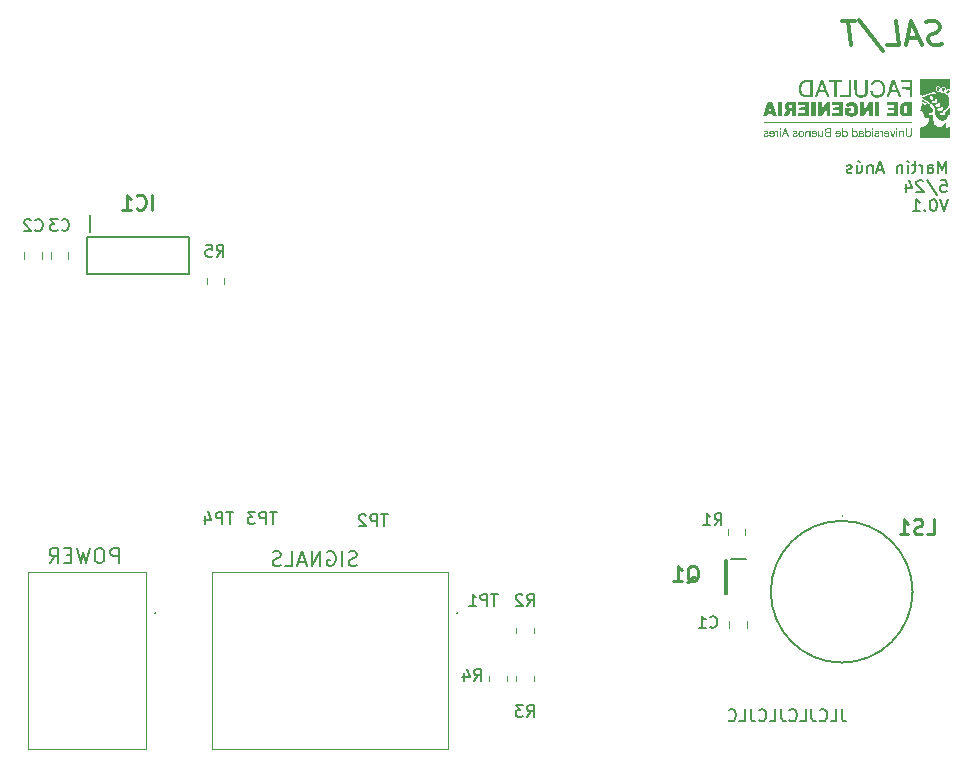
<source format=gbr>
%TF.GenerationSoftware,KiCad,Pcbnew,6.0.10-86aedd382b~118~ubuntu18.04.1*%
%TF.CreationDate,2024-06-09T23:27:39-03:00*%
%TF.ProjectId,salt_ihm,73616c74-5f69-4686-9d2e-6b696361645f,1.5*%
%TF.SameCoordinates,Original*%
%TF.FileFunction,Legend,Bot*%
%TF.FilePolarity,Positive*%
%FSLAX46Y46*%
G04 Gerber Fmt 4.6, Leading zero omitted, Abs format (unit mm)*
G04 Created by KiCad (PCBNEW 6.0.10-86aedd382b~118~ubuntu18.04.1) date 2024-06-09 23:27:39*
%MOMM*%
%LPD*%
G01*
G04 APERTURE LIST*
%ADD10C,0.150000*%
%ADD11C,0.200000*%
%ADD12C,0.300000*%
%ADD13C,0.254000*%
%ADD14C,0.100000*%
%ADD15C,0.120000*%
G04 APERTURE END LIST*
D10*
X212964404Y-90542380D02*
X212964404Y-89542380D01*
X212631071Y-90256666D01*
X212297738Y-89542380D01*
X212297738Y-90542380D01*
X211392976Y-90542380D02*
X211392976Y-90018571D01*
X211440595Y-89923333D01*
X211535833Y-89875714D01*
X211726309Y-89875714D01*
X211821547Y-89923333D01*
X211392976Y-90494761D02*
X211488214Y-90542380D01*
X211726309Y-90542380D01*
X211821547Y-90494761D01*
X211869166Y-90399523D01*
X211869166Y-90304285D01*
X211821547Y-90209047D01*
X211726309Y-90161428D01*
X211488214Y-90161428D01*
X211392976Y-90113809D01*
X210916785Y-90542380D02*
X210916785Y-89875714D01*
X210916785Y-90066190D02*
X210869166Y-89970952D01*
X210821547Y-89923333D01*
X210726309Y-89875714D01*
X210631071Y-89875714D01*
X210440595Y-89875714D02*
X210059642Y-89875714D01*
X210297738Y-89542380D02*
X210297738Y-90399523D01*
X210250119Y-90494761D01*
X210154880Y-90542380D01*
X210059642Y-90542380D01*
X209726309Y-90542380D02*
X209726309Y-89875714D01*
X209631071Y-89494761D02*
X209773928Y-89637619D01*
X209250119Y-89875714D02*
X209250119Y-90542380D01*
X209250119Y-89970952D02*
X209202500Y-89923333D01*
X209107261Y-89875714D01*
X208964404Y-89875714D01*
X208869166Y-89923333D01*
X208821547Y-90018571D01*
X208821547Y-90542380D01*
X207631071Y-90256666D02*
X207154880Y-90256666D01*
X207726309Y-90542380D02*
X207392976Y-89542380D01*
X207059642Y-90542380D01*
X206726309Y-89875714D02*
X206726309Y-90542380D01*
X206726309Y-89970952D02*
X206678690Y-89923333D01*
X206583452Y-89875714D01*
X206440595Y-89875714D01*
X206345357Y-89923333D01*
X206297738Y-90018571D01*
X206297738Y-90542380D01*
X205392976Y-89875714D02*
X205392976Y-90542380D01*
X205821547Y-89875714D02*
X205821547Y-90399523D01*
X205773928Y-90494761D01*
X205678690Y-90542380D01*
X205535833Y-90542380D01*
X205440595Y-90494761D01*
X205392976Y-90447142D01*
X205488214Y-89494761D02*
X205631071Y-89637619D01*
X204964404Y-90494761D02*
X204869166Y-90542380D01*
X204678690Y-90542380D01*
X204583452Y-90494761D01*
X204535833Y-90399523D01*
X204535833Y-90351904D01*
X204583452Y-90256666D01*
X204678690Y-90209047D01*
X204821547Y-90209047D01*
X204916785Y-90161428D01*
X204964404Y-90066190D01*
X204964404Y-90018571D01*
X204916785Y-89923333D01*
X204821547Y-89875714D01*
X204678690Y-89875714D01*
X204583452Y-89923333D01*
X212488214Y-91152380D02*
X212964404Y-91152380D01*
X213012023Y-91628571D01*
X212964404Y-91580952D01*
X212869166Y-91533333D01*
X212631071Y-91533333D01*
X212535833Y-91580952D01*
X212488214Y-91628571D01*
X212440595Y-91723809D01*
X212440595Y-91961904D01*
X212488214Y-92057142D01*
X212535833Y-92104761D01*
X212631071Y-92152380D01*
X212869166Y-92152380D01*
X212964404Y-92104761D01*
X213012023Y-92057142D01*
X211297738Y-91104761D02*
X212154880Y-92390476D01*
X211012023Y-91247619D02*
X210964404Y-91200000D01*
X210869166Y-91152380D01*
X210631071Y-91152380D01*
X210535833Y-91200000D01*
X210488214Y-91247619D01*
X210440595Y-91342857D01*
X210440595Y-91438095D01*
X210488214Y-91580952D01*
X211059642Y-92152380D01*
X210440595Y-92152380D01*
X209583452Y-91485714D02*
X209583452Y-92152380D01*
X209821547Y-91104761D02*
X210059642Y-91819047D01*
X209440595Y-91819047D01*
X213107261Y-92762380D02*
X212773928Y-93762380D01*
X212440595Y-92762380D01*
X211916785Y-92762380D02*
X211821547Y-92762380D01*
X211726309Y-92810000D01*
X211678690Y-92857619D01*
X211631071Y-92952857D01*
X211583452Y-93143333D01*
X211583452Y-93381428D01*
X211631071Y-93571904D01*
X211678690Y-93667142D01*
X211726309Y-93714761D01*
X211821547Y-93762380D01*
X211916785Y-93762380D01*
X212012023Y-93714761D01*
X212059642Y-93667142D01*
X212107261Y-93571904D01*
X212154880Y-93381428D01*
X212154880Y-93143333D01*
X212107261Y-92952857D01*
X212059642Y-92857619D01*
X212012023Y-92810000D01*
X211916785Y-92762380D01*
X211154880Y-93667142D02*
X211107261Y-93714761D01*
X211154880Y-93762380D01*
X211202500Y-93714761D01*
X211154880Y-93667142D01*
X211154880Y-93762380D01*
X210154880Y-93762380D02*
X210726309Y-93762380D01*
X210440595Y-93762380D02*
X210440595Y-92762380D01*
X210535833Y-92905238D01*
X210631071Y-93000476D01*
X210726309Y-93048095D01*
D11*
X163071428Y-123755952D02*
X162892857Y-123815476D01*
X162595238Y-123815476D01*
X162476190Y-123755952D01*
X162416666Y-123696428D01*
X162357142Y-123577380D01*
X162357142Y-123458333D01*
X162416666Y-123339285D01*
X162476190Y-123279761D01*
X162595238Y-123220238D01*
X162833333Y-123160714D01*
X162952380Y-123101190D01*
X163011904Y-123041666D01*
X163071428Y-122922619D01*
X163071428Y-122803571D01*
X163011904Y-122684523D01*
X162952380Y-122625000D01*
X162833333Y-122565476D01*
X162535714Y-122565476D01*
X162357142Y-122625000D01*
X161821428Y-123815476D02*
X161821428Y-122565476D01*
X160571428Y-122625000D02*
X160690476Y-122565476D01*
X160869047Y-122565476D01*
X161047619Y-122625000D01*
X161166666Y-122744047D01*
X161226190Y-122863095D01*
X161285714Y-123101190D01*
X161285714Y-123279761D01*
X161226190Y-123517857D01*
X161166666Y-123636904D01*
X161047619Y-123755952D01*
X160869047Y-123815476D01*
X160750000Y-123815476D01*
X160571428Y-123755952D01*
X160511904Y-123696428D01*
X160511904Y-123279761D01*
X160750000Y-123279761D01*
X159976190Y-123815476D02*
X159976190Y-122565476D01*
X159261904Y-123815476D01*
X159261904Y-122565476D01*
X158726190Y-123458333D02*
X158130952Y-123458333D01*
X158845238Y-123815476D02*
X158428571Y-122565476D01*
X158011904Y-123815476D01*
X157000000Y-123815476D02*
X157595238Y-123815476D01*
X157595238Y-122565476D01*
X156642857Y-123755952D02*
X156464285Y-123815476D01*
X156166666Y-123815476D01*
X156047619Y-123755952D01*
X155988095Y-123696428D01*
X155928571Y-123577380D01*
X155928571Y-123458333D01*
X155988095Y-123339285D01*
X156047619Y-123279761D01*
X156166666Y-123220238D01*
X156404761Y-123160714D01*
X156523809Y-123101190D01*
X156583333Y-123041666D01*
X156642857Y-122922619D01*
X156642857Y-122803571D01*
X156583333Y-122684523D01*
X156523809Y-122625000D01*
X156404761Y-122565476D01*
X156107142Y-122565476D01*
X155928571Y-122625000D01*
X142886904Y-123565476D02*
X142886904Y-122315476D01*
X142410714Y-122315476D01*
X142291666Y-122375000D01*
X142232142Y-122434523D01*
X142172619Y-122553571D01*
X142172619Y-122732142D01*
X142232142Y-122851190D01*
X142291666Y-122910714D01*
X142410714Y-122970238D01*
X142886904Y-122970238D01*
X141398809Y-122315476D02*
X141160714Y-122315476D01*
X141041666Y-122375000D01*
X140922619Y-122494047D01*
X140863095Y-122732142D01*
X140863095Y-123148809D01*
X140922619Y-123386904D01*
X141041666Y-123505952D01*
X141160714Y-123565476D01*
X141398809Y-123565476D01*
X141517857Y-123505952D01*
X141636904Y-123386904D01*
X141696428Y-123148809D01*
X141696428Y-122732142D01*
X141636904Y-122494047D01*
X141517857Y-122375000D01*
X141398809Y-122315476D01*
X140446428Y-122315476D02*
X140148809Y-123565476D01*
X139910714Y-122672619D01*
X139672619Y-123565476D01*
X139375000Y-122315476D01*
X138898809Y-122910714D02*
X138482142Y-122910714D01*
X138303571Y-123565476D02*
X138898809Y-123565476D01*
X138898809Y-122315476D01*
X138303571Y-122315476D01*
X137053571Y-123565476D02*
X137470238Y-122970238D01*
X137767857Y-123565476D02*
X137767857Y-122315476D01*
X137291666Y-122315476D01*
X137172619Y-122375000D01*
X137113095Y-122434523D01*
X137053571Y-122553571D01*
X137053571Y-122732142D01*
X137113095Y-122851190D01*
X137172619Y-122910714D01*
X137291666Y-122970238D01*
X137767857Y-122970238D01*
X204119047Y-135952380D02*
X204119047Y-136666666D01*
X204166666Y-136809523D01*
X204261904Y-136904761D01*
X204404761Y-136952380D01*
X204500000Y-136952380D01*
X203166666Y-136952380D02*
X203642857Y-136952380D01*
X203642857Y-135952380D01*
X202261904Y-136857142D02*
X202309523Y-136904761D01*
X202452380Y-136952380D01*
X202547619Y-136952380D01*
X202690476Y-136904761D01*
X202785714Y-136809523D01*
X202833333Y-136714285D01*
X202880952Y-136523809D01*
X202880952Y-136380952D01*
X202833333Y-136190476D01*
X202785714Y-136095238D01*
X202690476Y-136000000D01*
X202547619Y-135952380D01*
X202452380Y-135952380D01*
X202309523Y-136000000D01*
X202261904Y-136047619D01*
X201547619Y-135952380D02*
X201547619Y-136666666D01*
X201595238Y-136809523D01*
X201690476Y-136904761D01*
X201833333Y-136952380D01*
X201928571Y-136952380D01*
X200595238Y-136952380D02*
X201071428Y-136952380D01*
X201071428Y-135952380D01*
X199690476Y-136857142D02*
X199738095Y-136904761D01*
X199880952Y-136952380D01*
X199976190Y-136952380D01*
X200119047Y-136904761D01*
X200214285Y-136809523D01*
X200261904Y-136714285D01*
X200309523Y-136523809D01*
X200309523Y-136380952D01*
X200261904Y-136190476D01*
X200214285Y-136095238D01*
X200119047Y-136000000D01*
X199976190Y-135952380D01*
X199880952Y-135952380D01*
X199738095Y-136000000D01*
X199690476Y-136047619D01*
X198976190Y-135952380D02*
X198976190Y-136666666D01*
X199023809Y-136809523D01*
X199119047Y-136904761D01*
X199261904Y-136952380D01*
X199357142Y-136952380D01*
X198023809Y-136952380D02*
X198500000Y-136952380D01*
X198500000Y-135952380D01*
X197119047Y-136857142D02*
X197166666Y-136904761D01*
X197309523Y-136952380D01*
X197404761Y-136952380D01*
X197547619Y-136904761D01*
X197642857Y-136809523D01*
X197690476Y-136714285D01*
X197738095Y-136523809D01*
X197738095Y-136380952D01*
X197690476Y-136190476D01*
X197642857Y-136095238D01*
X197547619Y-136000000D01*
X197404761Y-135952380D01*
X197309523Y-135952380D01*
X197166666Y-136000000D01*
X197119047Y-136047619D01*
X196404761Y-135952380D02*
X196404761Y-136666666D01*
X196452380Y-136809523D01*
X196547619Y-136904761D01*
X196690476Y-136952380D01*
X196785714Y-136952380D01*
X195452380Y-136952380D02*
X195928571Y-136952380D01*
X195928571Y-135952380D01*
X194547619Y-136857142D02*
X194595238Y-136904761D01*
X194738095Y-136952380D01*
X194833333Y-136952380D01*
X194976190Y-136904761D01*
X195071428Y-136809523D01*
X195119047Y-136714285D01*
X195166666Y-136523809D01*
X195166666Y-136380952D01*
X195119047Y-136190476D01*
X195071428Y-136095238D01*
X194976190Y-136000000D01*
X194833333Y-135952380D01*
X194738095Y-135952380D01*
X194595238Y-136000000D01*
X194547619Y-136047619D01*
D12*
X212625059Y-79609523D02*
X212351250Y-79704761D01*
X211875059Y-79704761D01*
X211672678Y-79609523D01*
X211565535Y-79514285D01*
X211446488Y-79323809D01*
X211422678Y-79133333D01*
X211494107Y-78942857D01*
X211577440Y-78847619D01*
X211756011Y-78752380D01*
X212125059Y-78657142D01*
X212303630Y-78561904D01*
X212386964Y-78466666D01*
X212458392Y-78276190D01*
X212434583Y-78085714D01*
X212315535Y-77895238D01*
X212208392Y-77800000D01*
X212006011Y-77704761D01*
X211529821Y-77704761D01*
X211256011Y-77800000D01*
X210660773Y-79133333D02*
X209708392Y-79133333D01*
X210922678Y-79704761D02*
X210006011Y-77704761D01*
X209589345Y-79704761D01*
X207970297Y-79704761D02*
X208922678Y-79704761D01*
X208672678Y-77704761D01*
X205613154Y-77609523D02*
X207648869Y-80180952D01*
X205244107Y-77704761D02*
X204101250Y-77704761D01*
X204922678Y-79704761D02*
X204672678Y-77704761D01*
D13*
%TO.C,IC1*%
X145739761Y-93654523D02*
X145739761Y-92384523D01*
X144409285Y-93533571D02*
X144469761Y-93594047D01*
X144651190Y-93654523D01*
X144772142Y-93654523D01*
X144953571Y-93594047D01*
X145074523Y-93473095D01*
X145135000Y-93352142D01*
X145195476Y-93110238D01*
X145195476Y-92928809D01*
X145135000Y-92686904D01*
X145074523Y-92565952D01*
X144953571Y-92445000D01*
X144772142Y-92384523D01*
X144651190Y-92384523D01*
X144469761Y-92445000D01*
X144409285Y-92505476D01*
X143199761Y-93654523D02*
X143925476Y-93654523D01*
X143562619Y-93654523D02*
X143562619Y-92384523D01*
X143683571Y-92565952D01*
X143804523Y-92686904D01*
X143925476Y-92747380D01*
%TO.C,LS1*%
X211316428Y-121134523D02*
X211921190Y-121134523D01*
X211921190Y-119864523D01*
X210953571Y-121074047D02*
X210772142Y-121134523D01*
X210469761Y-121134523D01*
X210348809Y-121074047D01*
X210288333Y-121013571D01*
X210227857Y-120892619D01*
X210227857Y-120771666D01*
X210288333Y-120650714D01*
X210348809Y-120590238D01*
X210469761Y-120529761D01*
X210711666Y-120469285D01*
X210832619Y-120408809D01*
X210893095Y-120348333D01*
X210953571Y-120227380D01*
X210953571Y-120106428D01*
X210893095Y-119985476D01*
X210832619Y-119925000D01*
X210711666Y-119864523D01*
X210409285Y-119864523D01*
X210227857Y-119925000D01*
X209018333Y-121134523D02*
X209744047Y-121134523D01*
X209381190Y-121134523D02*
X209381190Y-119864523D01*
X209502142Y-120045952D01*
X209623095Y-120166904D01*
X209744047Y-120227380D01*
D10*
%TO.C,C1*%
X192966666Y-128957142D02*
X193014285Y-129004761D01*
X193157142Y-129052380D01*
X193252380Y-129052380D01*
X193395238Y-129004761D01*
X193490476Y-128909523D01*
X193538095Y-128814285D01*
X193585714Y-128623809D01*
X193585714Y-128480952D01*
X193538095Y-128290476D01*
X193490476Y-128195238D01*
X193395238Y-128100000D01*
X193252380Y-128052380D01*
X193157142Y-128052380D01*
X193014285Y-128100000D01*
X192966666Y-128147619D01*
X192014285Y-129052380D02*
X192585714Y-129052380D01*
X192300000Y-129052380D02*
X192300000Y-128052380D01*
X192395238Y-128195238D01*
X192490476Y-128290476D01*
X192585714Y-128338095D01*
%TO.C,TP2*%
X165661904Y-119452380D02*
X165090476Y-119452380D01*
X165376190Y-120452380D02*
X165376190Y-119452380D01*
X164757142Y-120452380D02*
X164757142Y-119452380D01*
X164376190Y-119452380D01*
X164280952Y-119500000D01*
X164233333Y-119547619D01*
X164185714Y-119642857D01*
X164185714Y-119785714D01*
X164233333Y-119880952D01*
X164280952Y-119928571D01*
X164376190Y-119976190D01*
X164757142Y-119976190D01*
X163804761Y-119547619D02*
X163757142Y-119500000D01*
X163661904Y-119452380D01*
X163423809Y-119452380D01*
X163328571Y-119500000D01*
X163280952Y-119547619D01*
X163233333Y-119642857D01*
X163233333Y-119738095D01*
X163280952Y-119880952D01*
X163852380Y-120452380D01*
X163233333Y-120452380D01*
%TO.C,TP1*%
X174997904Y-126198380D02*
X174426476Y-126198380D01*
X174712190Y-127198380D02*
X174712190Y-126198380D01*
X174093142Y-127198380D02*
X174093142Y-126198380D01*
X173712190Y-126198380D01*
X173616952Y-126246000D01*
X173569333Y-126293619D01*
X173521714Y-126388857D01*
X173521714Y-126531714D01*
X173569333Y-126626952D01*
X173616952Y-126674571D01*
X173712190Y-126722190D01*
X174093142Y-126722190D01*
X172569333Y-127198380D02*
X173140761Y-127198380D01*
X172855047Y-127198380D02*
X172855047Y-126198380D01*
X172950285Y-126341238D01*
X173045523Y-126436476D01*
X173140761Y-126484095D01*
%TO.C,R1*%
X193356666Y-120372380D02*
X193690000Y-119896190D01*
X193928095Y-120372380D02*
X193928095Y-119372380D01*
X193547142Y-119372380D01*
X193451904Y-119420000D01*
X193404285Y-119467619D01*
X193356666Y-119562857D01*
X193356666Y-119705714D01*
X193404285Y-119800952D01*
X193451904Y-119848571D01*
X193547142Y-119896190D01*
X193928095Y-119896190D01*
X192404285Y-120372380D02*
X192975714Y-120372380D01*
X192690000Y-120372380D02*
X192690000Y-119372380D01*
X192785238Y-119515238D01*
X192880476Y-119610476D01*
X192975714Y-119658095D01*
%TO.C,TP4*%
X152571904Y-119252380D02*
X152000476Y-119252380D01*
X152286190Y-120252380D02*
X152286190Y-119252380D01*
X151667142Y-120252380D02*
X151667142Y-119252380D01*
X151286190Y-119252380D01*
X151190952Y-119300000D01*
X151143333Y-119347619D01*
X151095714Y-119442857D01*
X151095714Y-119585714D01*
X151143333Y-119680952D01*
X151190952Y-119728571D01*
X151286190Y-119776190D01*
X151667142Y-119776190D01*
X150238571Y-119585714D02*
X150238571Y-120252380D01*
X150476666Y-119204761D02*
X150714761Y-119919047D01*
X150095714Y-119919047D01*
%TO.C,R2*%
X177466666Y-127212380D02*
X177800000Y-126736190D01*
X178038095Y-127212380D02*
X178038095Y-126212380D01*
X177657142Y-126212380D01*
X177561904Y-126260000D01*
X177514285Y-126307619D01*
X177466666Y-126402857D01*
X177466666Y-126545714D01*
X177514285Y-126640952D01*
X177561904Y-126688571D01*
X177657142Y-126736190D01*
X178038095Y-126736190D01*
X177085714Y-126307619D02*
X177038095Y-126260000D01*
X176942857Y-126212380D01*
X176704761Y-126212380D01*
X176609523Y-126260000D01*
X176561904Y-126307619D01*
X176514285Y-126402857D01*
X176514285Y-126498095D01*
X176561904Y-126640952D01*
X177133333Y-127212380D01*
X176514285Y-127212380D01*
%TO.C,C2*%
X135840666Y-95369142D02*
X135888285Y-95416761D01*
X136031142Y-95464380D01*
X136126380Y-95464380D01*
X136269238Y-95416761D01*
X136364476Y-95321523D01*
X136412095Y-95226285D01*
X136459714Y-95035809D01*
X136459714Y-94892952D01*
X136412095Y-94702476D01*
X136364476Y-94607238D01*
X136269238Y-94512000D01*
X136126380Y-94464380D01*
X136031142Y-94464380D01*
X135888285Y-94512000D01*
X135840666Y-94559619D01*
X135459714Y-94559619D02*
X135412095Y-94512000D01*
X135316857Y-94464380D01*
X135078761Y-94464380D01*
X134983523Y-94512000D01*
X134935904Y-94559619D01*
X134888285Y-94654857D01*
X134888285Y-94750095D01*
X134935904Y-94892952D01*
X135507333Y-95464380D01*
X134888285Y-95464380D01*
%TO.C,C3*%
X138066666Y-95353142D02*
X138114285Y-95400761D01*
X138257142Y-95448380D01*
X138352380Y-95448380D01*
X138495238Y-95400761D01*
X138590476Y-95305523D01*
X138638095Y-95210285D01*
X138685714Y-95019809D01*
X138685714Y-94876952D01*
X138638095Y-94686476D01*
X138590476Y-94591238D01*
X138495238Y-94496000D01*
X138352380Y-94448380D01*
X138257142Y-94448380D01*
X138114285Y-94496000D01*
X138066666Y-94543619D01*
X137733333Y-94448380D02*
X137114285Y-94448380D01*
X137447619Y-94829333D01*
X137304761Y-94829333D01*
X137209523Y-94876952D01*
X137161904Y-94924571D01*
X137114285Y-95019809D01*
X137114285Y-95257904D01*
X137161904Y-95353142D01*
X137209523Y-95400761D01*
X137304761Y-95448380D01*
X137590476Y-95448380D01*
X137685714Y-95400761D01*
X137733333Y-95353142D01*
%TO.C,R3*%
X177466666Y-136610380D02*
X177800000Y-136134190D01*
X178038095Y-136610380D02*
X178038095Y-135610380D01*
X177657142Y-135610380D01*
X177561904Y-135658000D01*
X177514285Y-135705619D01*
X177466666Y-135800857D01*
X177466666Y-135943714D01*
X177514285Y-136038952D01*
X177561904Y-136086571D01*
X177657142Y-136134190D01*
X178038095Y-136134190D01*
X177133333Y-135610380D02*
X176514285Y-135610380D01*
X176847619Y-135991333D01*
X176704761Y-135991333D01*
X176609523Y-136038952D01*
X176561904Y-136086571D01*
X176514285Y-136181809D01*
X176514285Y-136419904D01*
X176561904Y-136515142D01*
X176609523Y-136562761D01*
X176704761Y-136610380D01*
X176990476Y-136610380D01*
X177085714Y-136562761D01*
X177133333Y-136515142D01*
%TO.C,TP3*%
X156261904Y-119252380D02*
X155690476Y-119252380D01*
X155976190Y-120252380D02*
X155976190Y-119252380D01*
X155357142Y-120252380D02*
X155357142Y-119252380D01*
X154976190Y-119252380D01*
X154880952Y-119300000D01*
X154833333Y-119347619D01*
X154785714Y-119442857D01*
X154785714Y-119585714D01*
X154833333Y-119680952D01*
X154880952Y-119728571D01*
X154976190Y-119776190D01*
X155357142Y-119776190D01*
X154452380Y-119252380D02*
X153833333Y-119252380D01*
X154166666Y-119633333D01*
X154023809Y-119633333D01*
X153928571Y-119680952D01*
X153880952Y-119728571D01*
X153833333Y-119823809D01*
X153833333Y-120061904D01*
X153880952Y-120157142D01*
X153928571Y-120204761D01*
X154023809Y-120252380D01*
X154309523Y-120252380D01*
X154404761Y-120204761D01*
X154452380Y-120157142D01*
%TO.C,R5*%
X151196666Y-97632380D02*
X151530000Y-97156190D01*
X151768095Y-97632380D02*
X151768095Y-96632380D01*
X151387142Y-96632380D01*
X151291904Y-96680000D01*
X151244285Y-96727619D01*
X151196666Y-96822857D01*
X151196666Y-96965714D01*
X151244285Y-97060952D01*
X151291904Y-97108571D01*
X151387142Y-97156190D01*
X151768095Y-97156190D01*
X150291904Y-96632380D02*
X150768095Y-96632380D01*
X150815714Y-97108571D01*
X150768095Y-97060952D01*
X150672857Y-97013333D01*
X150434761Y-97013333D01*
X150339523Y-97060952D01*
X150291904Y-97108571D01*
X150244285Y-97203809D01*
X150244285Y-97441904D01*
X150291904Y-97537142D01*
X150339523Y-97584761D01*
X150434761Y-97632380D01*
X150672857Y-97632380D01*
X150768095Y-97584761D01*
X150815714Y-97537142D01*
D13*
%TO.C,Q1*%
X191020952Y-125195476D02*
X191141904Y-125135000D01*
X191262857Y-125014047D01*
X191444285Y-124832619D01*
X191565238Y-124772142D01*
X191686190Y-124772142D01*
X191625714Y-125074523D02*
X191746666Y-125014047D01*
X191867619Y-124893095D01*
X191928095Y-124651190D01*
X191928095Y-124227857D01*
X191867619Y-123985952D01*
X191746666Y-123865000D01*
X191625714Y-123804523D01*
X191383809Y-123804523D01*
X191262857Y-123865000D01*
X191141904Y-123985952D01*
X191081428Y-124227857D01*
X191081428Y-124651190D01*
X191141904Y-124893095D01*
X191262857Y-125014047D01*
X191383809Y-125074523D01*
X191625714Y-125074523D01*
X189871904Y-125074523D02*
X190597619Y-125074523D01*
X190234761Y-125074523D02*
X190234761Y-123804523D01*
X190355714Y-123985952D01*
X190476666Y-124106904D01*
X190597619Y-124167380D01*
D10*
%TO.C,R4*%
X173001666Y-133552380D02*
X173335000Y-133076190D01*
X173573095Y-133552380D02*
X173573095Y-132552380D01*
X173192142Y-132552380D01*
X173096904Y-132600000D01*
X173049285Y-132647619D01*
X173001666Y-132742857D01*
X173001666Y-132885714D01*
X173049285Y-132980952D01*
X173096904Y-133028571D01*
X173192142Y-133076190D01*
X173573095Y-133076190D01*
X172144523Y-132885714D02*
X172144523Y-133552380D01*
X172382619Y-132504761D02*
X172620714Y-133219047D01*
X172001666Y-133219047D01*
D11*
%TO.C,IC1*%
X140196000Y-95931000D02*
X140196000Y-99141000D01*
X148856000Y-99141000D02*
X148856000Y-95931000D01*
X148856000Y-95931000D02*
X140196000Y-95931000D01*
X140196000Y-99141000D02*
X148856000Y-99141000D01*
X140466000Y-94086000D02*
X140466000Y-95581000D01*
%TO.C,LS1*%
X198112000Y-126000000D02*
X198112000Y-126000000D01*
D14*
X204112000Y-119500000D02*
X204112000Y-119500000D01*
X204112000Y-119600000D02*
X204112000Y-119600000D01*
D11*
X210112000Y-126000000D02*
X210112000Y-126000000D01*
X210112000Y-126000000D02*
G75*
G03*
X198112000Y-126000000I-6000000J0D01*
G01*
D14*
X204112000Y-119500000D02*
G75*
G03*
X204112000Y-119600000I0J-50000D01*
G01*
D11*
X198112000Y-126000000D02*
G75*
G03*
X210112000Y-126000000I6000000J0D01*
G01*
D14*
X204112000Y-119600000D02*
G75*
G03*
X204112000Y-119500000I0J50000D01*
G01*
D15*
%TO.C,C1*%
X194591000Y-129039252D02*
X194591000Y-128516748D01*
X196061000Y-129039252D02*
X196061000Y-128516748D01*
%TO.C,R1*%
X195957000Y-120724936D02*
X195957000Y-121179064D01*
X194487000Y-120724936D02*
X194487000Y-121179064D01*
%TO.C,R2*%
X176565000Y-129072936D02*
X176565000Y-129527064D01*
X178035000Y-129072936D02*
X178035000Y-129527064D01*
%TO.C,C2*%
X134901000Y-97801252D02*
X134901000Y-97278748D01*
X136371000Y-97801252D02*
X136371000Y-97278748D01*
%TO.C,G\u002A\u002A\u002A*%
G36*
X207166099Y-86957032D02*
G01*
X207211972Y-86971188D01*
X207248205Y-86992786D01*
X207257451Y-87001663D01*
X207279734Y-87035530D01*
X207292685Y-87076377D01*
X207294327Y-87118809D01*
X207293677Y-87124011D01*
X207286114Y-87155215D01*
X207271704Y-87180985D01*
X207248688Y-87202632D01*
X207215305Y-87221469D01*
X207169794Y-87238809D01*
X207110396Y-87255965D01*
X207079987Y-87264230D01*
X207037231Y-87277760D01*
X207007153Y-87290804D01*
X206987928Y-87304469D01*
X206977731Y-87319857D01*
X206974738Y-87338075D01*
X206974799Y-87340293D01*
X206983268Y-87365251D01*
X207003610Y-87388104D01*
X207032357Y-87405904D01*
X207066041Y-87415701D01*
X207106399Y-87416956D01*
X207149126Y-87409150D01*
X207183920Y-87392765D01*
X207189142Y-87388085D01*
X207202741Y-87369346D01*
X207214402Y-87345504D01*
X207227888Y-87310192D01*
X207313424Y-87310192D01*
X207308000Y-87343530D01*
X207297467Y-87385067D01*
X207274408Y-87427993D01*
X207239799Y-87460675D01*
X207192842Y-87484087D01*
X207162631Y-87491994D01*
X207114466Y-87496983D01*
X207063711Y-87495449D01*
X207016102Y-87487666D01*
X206977372Y-87473902D01*
X206965299Y-87467238D01*
X206926203Y-87436421D01*
X206901145Y-87398602D01*
X206890122Y-87353776D01*
X206888798Y-87330055D01*
X206891321Y-87289509D01*
X206901679Y-87258343D01*
X206920704Y-87233278D01*
X206927395Y-87227098D01*
X206945381Y-87213873D01*
X206968155Y-87202145D01*
X206998381Y-87190854D01*
X207038724Y-87178944D01*
X207091851Y-87165357D01*
X207106708Y-87161647D01*
X207146886Y-87150231D01*
X207174354Y-87139213D01*
X207191285Y-87127201D01*
X207199851Y-87112801D01*
X207202224Y-87094624D01*
X207199454Y-87075136D01*
X207184199Y-87051708D01*
X207155619Y-87036558D01*
X207113722Y-87029688D01*
X207087106Y-87029541D01*
X207046853Y-87037111D01*
X207016776Y-87055396D01*
X206995482Y-87085048D01*
X206987311Y-87100679D01*
X206978285Y-87110261D01*
X206964525Y-87113293D01*
X206940571Y-87112503D01*
X206900217Y-87110161D01*
X206902589Y-87082706D01*
X206906176Y-87064570D01*
X206923023Y-87029847D01*
X206950323Y-86998275D01*
X206984878Y-86974079D01*
X207013976Y-86962304D01*
X207062768Y-86952283D01*
X207114921Y-86950628D01*
X207166099Y-86957032D01*
G37*
G36*
X207268525Y-82662569D02*
G01*
X207358225Y-82684598D01*
X207446285Y-82720622D01*
X207525511Y-82768818D01*
X207595487Y-82828508D01*
X207655795Y-82899015D01*
X207706019Y-82979663D01*
X207745742Y-83069776D01*
X207774547Y-83168675D01*
X207792017Y-83275684D01*
X207797736Y-83390127D01*
X207791286Y-83511327D01*
X207776364Y-83613522D01*
X207749270Y-83721056D01*
X207711791Y-83817845D01*
X207664207Y-83903533D01*
X207606801Y-83977763D01*
X207539855Y-84040179D01*
X207463650Y-84090423D01*
X207378467Y-84128139D01*
X207284590Y-84152969D01*
X207224277Y-84160945D01*
X207140788Y-84163425D01*
X207055650Y-84157504D01*
X206974070Y-84143603D01*
X206901253Y-84122138D01*
X206900007Y-84121667D01*
X206819176Y-84082854D01*
X206746554Y-84031572D01*
X206683258Y-83969331D01*
X206630404Y-83897643D01*
X206589109Y-83818017D01*
X206560489Y-83731965D01*
X206545661Y-83640998D01*
X206541034Y-83584126D01*
X206728750Y-83584126D01*
X206737871Y-83642796D01*
X206742588Y-83668769D01*
X206765970Y-83746618D01*
X206801473Y-83815152D01*
X206848585Y-83873694D01*
X206906795Y-83921567D01*
X206975591Y-83958092D01*
X206990665Y-83963615D01*
X207039045Y-83975296D01*
X207095018Y-83982325D01*
X207153127Y-83984417D01*
X207207912Y-83981286D01*
X207253916Y-83972648D01*
X207258517Y-83971292D01*
X207332553Y-83941099D01*
X207398516Y-83897747D01*
X207455931Y-83841785D01*
X207504324Y-83773764D01*
X207543222Y-83694231D01*
X207572151Y-83603737D01*
X207575265Y-83590811D01*
X207581357Y-83561191D01*
X207585469Y-83531595D01*
X207587937Y-83498100D01*
X207589098Y-83456778D01*
X207589288Y-83403706D01*
X207589260Y-83397902D01*
X207585297Y-83300721D01*
X207574422Y-83215669D01*
X207556133Y-83140658D01*
X207529931Y-83073599D01*
X207495313Y-83012405D01*
X207473899Y-82982463D01*
X207421969Y-82926606D01*
X207362557Y-82883874D01*
X207294882Y-82853875D01*
X207218164Y-82836221D01*
X207131625Y-82830521D01*
X207067079Y-82833765D01*
X206988517Y-82848250D01*
X206920391Y-82874390D01*
X206862608Y-82912237D01*
X206815074Y-82961842D01*
X206777695Y-83023255D01*
X206766993Y-83047218D01*
X206756291Y-83075129D01*
X206750300Y-83095815D01*
X206745506Y-83121310D01*
X206549362Y-83121310D01*
X206554855Y-83084049D01*
X206558093Y-83064892D01*
X206581211Y-82984035D01*
X206617987Y-82908629D01*
X206667081Y-82840308D01*
X206727151Y-82780704D01*
X206796856Y-82731451D01*
X206874857Y-82694182D01*
X206902320Y-82684693D01*
X206988493Y-82663786D01*
X207081190Y-82652894D01*
X207176004Y-82652370D01*
X207268525Y-82662569D01*
G37*
G36*
X199091168Y-85749166D02*
G01*
X198746016Y-85749166D01*
X198746016Y-84556825D01*
X199091168Y-84556825D01*
X199091168Y-85749166D01*
G37*
G36*
X202436782Y-85199808D02*
G01*
X202637684Y-84880278D01*
X202838585Y-84560748D01*
X203158462Y-84560748D01*
X203160473Y-85154957D01*
X203162483Y-85749166D01*
X202833098Y-85749166D01*
X202831049Y-85432972D01*
X202829000Y-85116777D01*
X202631574Y-85431011D01*
X202434149Y-85745244D01*
X202268724Y-85747361D01*
X202103299Y-85749479D01*
X202105309Y-85155113D01*
X202107320Y-84560748D01*
X202428938Y-84560748D01*
X202436782Y-85199808D01*
G37*
G36*
X200930668Y-87310398D02*
G01*
X200909843Y-87371052D01*
X200878524Y-87420118D01*
X200836595Y-87457753D01*
X200783939Y-87484114D01*
X200768635Y-87488698D01*
X200722484Y-87495619D01*
X200671419Y-87495815D01*
X200621904Y-87489512D01*
X200580403Y-87476939D01*
X200580142Y-87476823D01*
X200537852Y-87450451D01*
X200499964Y-87412351D01*
X200470390Y-87366455D01*
X200465946Y-87357129D01*
X200459800Y-87341033D01*
X200455793Y-87323132D01*
X200453480Y-87299957D01*
X200452418Y-87268038D01*
X200452162Y-87223904D01*
X200452174Y-87219945D01*
X200538549Y-87219945D01*
X200541209Y-87265207D01*
X200553675Y-87318905D01*
X200575957Y-87361665D01*
X200607630Y-87392747D01*
X200648271Y-87411410D01*
X200680128Y-87417331D01*
X200726759Y-87415055D01*
X200767470Y-87399368D01*
X200801122Y-87371339D01*
X200826572Y-87332039D01*
X200842679Y-87282537D01*
X200848302Y-87223904D01*
X200848181Y-87214750D01*
X200841032Y-87156840D01*
X200823526Y-87108476D01*
X200796612Y-87070679D01*
X200761238Y-87044470D01*
X200718353Y-87030869D01*
X200668906Y-87030898D01*
X200665402Y-87031415D01*
X200621034Y-87045559D01*
X200585709Y-87072147D01*
X200559882Y-87110515D01*
X200544010Y-87160002D01*
X200538549Y-87219945D01*
X200452174Y-87219945D01*
X200452251Y-87193933D01*
X200452945Y-87158268D01*
X200454724Y-87132513D01*
X200458053Y-87113156D01*
X200463394Y-87096691D01*
X200471210Y-87079608D01*
X200493685Y-87042692D01*
X200533426Y-87000230D01*
X200580893Y-86969925D01*
X200581537Y-86969628D01*
X200602625Y-86961480D01*
X200625554Y-86956517D01*
X200654924Y-86954080D01*
X200695337Y-86953509D01*
X200723767Y-86954073D01*
X200765501Y-86958079D01*
X200799177Y-86967240D01*
X200829543Y-86983089D01*
X200861343Y-87007160D01*
X200871007Y-87016136D01*
X200899572Y-87054725D01*
X200921307Y-87103699D01*
X200935309Y-87159783D01*
X200940677Y-87219703D01*
X200940387Y-87223904D01*
X200936509Y-87280184D01*
X200930668Y-87310398D01*
G37*
G36*
X198519727Y-85377767D02*
G01*
X198545004Y-85451209D01*
X198568444Y-85519413D01*
X198589574Y-85581009D01*
X198607921Y-85634629D01*
X198623014Y-85678903D01*
X198634380Y-85712464D01*
X198641546Y-85733941D01*
X198644040Y-85741965D01*
X198644009Y-85742137D01*
X198635430Y-85744527D01*
X198612509Y-85746282D01*
X198576504Y-85747365D01*
X198528670Y-85747736D01*
X198470264Y-85747355D01*
X198296489Y-85745244D01*
X198269153Y-85649151D01*
X198241816Y-85553058D01*
X197862446Y-85553058D01*
X197808298Y-85745244D01*
X197629045Y-85747355D01*
X197449791Y-85749466D01*
X197454417Y-85731774D01*
X197454734Y-85730699D01*
X197459150Y-85717328D01*
X197468235Y-85690585D01*
X197481585Y-85651640D01*
X197498796Y-85601659D01*
X197519464Y-85541812D01*
X197543187Y-85473265D01*
X197569559Y-85397188D01*
X197598177Y-85314749D01*
X197607148Y-85288939D01*
X197938049Y-85288939D01*
X197939427Y-85289755D01*
X197952636Y-85291506D01*
X197977606Y-85292914D01*
X198011577Y-85293853D01*
X198051792Y-85294194D01*
X198069448Y-85294126D01*
X198107349Y-85293478D01*
X198137836Y-85292253D01*
X198158150Y-85290587D01*
X198165535Y-85288614D01*
X198164977Y-85285413D01*
X198160998Y-85269352D01*
X198153765Y-85242268D01*
X198143955Y-85206538D01*
X198132244Y-85164538D01*
X198119309Y-85118645D01*
X198105829Y-85071235D01*
X198092479Y-85024684D01*
X198079937Y-84981369D01*
X198068880Y-84943667D01*
X198059986Y-84913953D01*
X198053930Y-84894604D01*
X198051391Y-84887996D01*
X198050766Y-84889514D01*
X198046575Y-84902842D01*
X198039155Y-84927874D01*
X198029191Y-84962189D01*
X198017368Y-85003362D01*
X198004371Y-85048972D01*
X197990885Y-85096596D01*
X197977594Y-85143810D01*
X197965184Y-85188191D01*
X197954340Y-85227318D01*
X197945746Y-85258767D01*
X197940087Y-85280115D01*
X197938049Y-85288939D01*
X197607148Y-85288939D01*
X197628637Y-85227115D01*
X197660537Y-85135454D01*
X197862030Y-84556825D01*
X198234599Y-84556825D01*
X198243747Y-84582319D01*
X198245118Y-84586149D01*
X198255582Y-84615676D01*
X198269879Y-84656392D01*
X198287537Y-84706928D01*
X198308083Y-84765914D01*
X198331045Y-84831983D01*
X198355951Y-84903765D01*
X198382327Y-84979890D01*
X198409701Y-85058991D01*
X198437600Y-85139698D01*
X198465553Y-85220642D01*
X198489001Y-85288614D01*
X198493086Y-85300455D01*
X198519727Y-85377767D01*
G37*
G36*
X208826004Y-86879535D02*
G01*
X208780899Y-86877183D01*
X208735794Y-86874830D01*
X208733459Y-86825803D01*
X208731123Y-86776776D01*
X208826004Y-86776776D01*
X208826004Y-86879535D01*
G37*
G36*
X204619712Y-87309784D02*
G01*
X204608848Y-87352513D01*
X204591038Y-87389247D01*
X204565201Y-87423574D01*
X204549029Y-87440663D01*
X204509399Y-87471578D01*
X204464597Y-87491127D01*
X204456185Y-87493403D01*
X204408471Y-87498147D01*
X204357441Y-87492004D01*
X204308575Y-87476074D01*
X204267353Y-87451462D01*
X204237060Y-87427118D01*
X204237060Y-87482767D01*
X204150772Y-87482767D01*
X204150772Y-87219007D01*
X204237104Y-87219007D01*
X204241314Y-87278192D01*
X204255161Y-87329945D01*
X204278781Y-87369786D01*
X204312290Y-87397991D01*
X204322207Y-87403162D01*
X204362851Y-87414803D01*
X204406252Y-87415124D01*
X204447476Y-87404548D01*
X204481589Y-87383498D01*
X204482586Y-87382584D01*
X204507726Y-87349239D01*
X204524982Y-87304192D01*
X204533475Y-87249715D01*
X204533481Y-87249618D01*
X204532575Y-87186138D01*
X204521280Y-87132776D01*
X204500070Y-87090205D01*
X204469417Y-87059098D01*
X204429796Y-87040128D01*
X204381679Y-87033968D01*
X204359763Y-87035404D01*
X204316209Y-87047823D01*
X204281924Y-87072702D01*
X204257151Y-87109732D01*
X204242130Y-87158603D01*
X204237104Y-87219007D01*
X204150772Y-87219007D01*
X204150772Y-86768932D01*
X204237060Y-86768932D01*
X204237060Y-87022886D01*
X204258632Y-87002703D01*
X204260708Y-87000776D01*
X204290004Y-86977558D01*
X204320067Y-86963036D01*
X204355721Y-86955548D01*
X204401792Y-86953436D01*
X204416104Y-86953620D01*
X204462345Y-86958076D01*
X204499524Y-86969988D01*
X204532253Y-86991353D01*
X204565144Y-87024168D01*
X204580257Y-87042752D01*
X204601613Y-87077941D01*
X204615525Y-87117466D01*
X204623079Y-87164923D01*
X204625355Y-87223904D01*
X204624863Y-87249618D01*
X204624713Y-87257469D01*
X204619712Y-87309784D01*
G37*
G36*
X202917277Y-83661047D02*
G01*
X202947465Y-83742939D01*
X202975784Y-83819848D01*
X203001784Y-83890558D01*
X203025016Y-83953854D01*
X203045031Y-84008522D01*
X203061381Y-84053344D01*
X203073615Y-84087106D01*
X203081285Y-84108591D01*
X203083941Y-84116586D01*
X203079730Y-84119962D01*
X203062163Y-84123015D01*
X203030296Y-84124803D01*
X202983456Y-84125386D01*
X202882971Y-84125386D01*
X202829582Y-83974382D01*
X202811656Y-83923750D01*
X202793651Y-83873021D01*
X202776982Y-83826171D01*
X202762942Y-83786839D01*
X202752827Y-83758663D01*
X202729462Y-83693947D01*
X202449768Y-83693963D01*
X202170074Y-83693978D01*
X202094481Y-83907721D01*
X202018887Y-84121464D01*
X201911481Y-84123650D01*
X201889549Y-84124057D01*
X201852723Y-84124361D01*
X201828274Y-84123712D01*
X201813948Y-84121903D01*
X201807492Y-84118724D01*
X201806655Y-84113969D01*
X201807154Y-84112367D01*
X201812114Y-84098350D01*
X201822036Y-84071035D01*
X201836541Y-84031449D01*
X201855249Y-83980618D01*
X201877782Y-83919568D01*
X201903759Y-83849328D01*
X201932800Y-83770923D01*
X201964526Y-83685379D01*
X201998558Y-83593725D01*
X202025452Y-83521371D01*
X202229271Y-83521371D01*
X202667723Y-83521371D01*
X202636502Y-83434214D01*
X202626137Y-83405208D01*
X202611066Y-83362912D01*
X202592832Y-83311659D01*
X202572503Y-83254451D01*
X202551145Y-83194287D01*
X202529824Y-83134168D01*
X202525568Y-83122171D01*
X202506328Y-83068286D01*
X202488768Y-83019640D01*
X202473592Y-82978146D01*
X202461505Y-82945716D01*
X202453209Y-82924263D01*
X202449409Y-82915699D01*
X202449059Y-82915687D01*
X202444396Y-82923979D01*
X202435459Y-82944956D01*
X202422943Y-82976815D01*
X202407543Y-83017752D01*
X202389952Y-83065966D01*
X202370865Y-83119652D01*
X202352681Y-83171409D01*
X202331154Y-83232639D01*
X202310326Y-83291832D01*
X202291321Y-83345798D01*
X202275263Y-83391344D01*
X202263276Y-83425278D01*
X202229271Y-83521371D01*
X202025452Y-83521371D01*
X202034516Y-83496987D01*
X202072020Y-83396191D01*
X202334806Y-82690280D01*
X202445748Y-82690075D01*
X202468530Y-82690111D01*
X202509806Y-82690843D01*
X202537782Y-82692589D01*
X202554102Y-82695488D01*
X202560411Y-82699676D01*
X202572671Y-82732141D01*
X202590262Y-82779015D01*
X202611374Y-82835493D01*
X202635556Y-82900359D01*
X202662360Y-82972397D01*
X202691337Y-83050392D01*
X202722037Y-83133129D01*
X202754011Y-83219391D01*
X202786810Y-83307964D01*
X202819985Y-83397631D01*
X202853088Y-83487178D01*
X202865717Y-83521371D01*
X202885668Y-83575389D01*
X202917277Y-83661047D01*
G37*
G36*
X210922406Y-84630078D02*
G01*
X210930821Y-84631474D01*
X210958025Y-84635651D01*
X210987122Y-84639785D01*
X211000540Y-84641982D01*
X211023210Y-84647530D01*
X211036723Y-84653383D01*
X211047425Y-84665238D01*
X211062753Y-84693493D01*
X211075898Y-84730920D01*
X211085286Y-84773621D01*
X211087961Y-84789675D01*
X211094914Y-84820417D01*
X211103514Y-84836795D01*
X211115681Y-84839737D01*
X211133332Y-84830173D01*
X211158386Y-84809033D01*
X211177139Y-84793227D01*
X211205779Y-84773832D01*
X211228655Y-84764491D01*
X211255249Y-84759502D01*
X211209376Y-84715747D01*
X211202580Y-84709193D01*
X211183254Y-84689622D01*
X211170494Y-84675217D01*
X211166779Y-84668716D01*
X211168229Y-84668406D01*
X211181755Y-84669119D01*
X211207162Y-84671844D01*
X211241803Y-84676191D01*
X211283027Y-84681771D01*
X211328188Y-84688194D01*
X211374636Y-84695072D01*
X211419723Y-84702014D01*
X211460800Y-84708631D01*
X211495220Y-84714534D01*
X211520333Y-84719333D01*
X211533490Y-84722639D01*
X211553262Y-84733834D01*
X211572712Y-84750269D01*
X211572974Y-84750548D01*
X211582459Y-84762835D01*
X211588087Y-84777481D01*
X211590910Y-84798923D01*
X211591979Y-84831601D01*
X211592952Y-84862908D01*
X211596842Y-84894721D01*
X211605682Y-84919550D01*
X211621627Y-84941110D01*
X211646832Y-84963116D01*
X211683453Y-84989281D01*
X211702213Y-85002345D01*
X211749576Y-85038216D01*
X211785478Y-85070938D01*
X211812161Y-85102727D01*
X211831868Y-85135795D01*
X211835095Y-85142565D01*
X211842694Y-85162390D01*
X211847194Y-85183995D01*
X211849311Y-85212006D01*
X211849765Y-85251050D01*
X211849666Y-85265688D01*
X211848540Y-85300332D01*
X211845591Y-85325373D01*
X211840085Y-85345349D01*
X211831283Y-85364793D01*
X211828567Y-85369887D01*
X211799363Y-85412618D01*
X211763082Y-85449823D01*
X211724491Y-85476519D01*
X211715552Y-85480627D01*
X211677131Y-85491367D01*
X211631903Y-85496376D01*
X211586063Y-85495268D01*
X211545808Y-85487656D01*
X211508323Y-85476015D01*
X211513521Y-85504731D01*
X211521512Y-85539160D01*
X211540276Y-85589000D01*
X211565024Y-85630001D01*
X211594270Y-85659904D01*
X211626528Y-85676452D01*
X211654527Y-85680099D01*
X211694037Y-85679076D01*
X211739138Y-85673600D01*
X211785164Y-85664248D01*
X211827452Y-85651599D01*
X211830838Y-85650374D01*
X211856354Y-85641438D01*
X211874725Y-85635514D01*
X211882172Y-85633828D01*
X211882037Y-85638219D01*
X211880418Y-85655862D01*
X211877395Y-85684582D01*
X211873244Y-85721780D01*
X211868240Y-85764855D01*
X211861950Y-85829425D01*
X211858375Y-85953197D01*
X211867223Y-86068189D01*
X211888672Y-86175164D01*
X211922902Y-86274886D01*
X211970091Y-86368117D01*
X212030420Y-86455620D01*
X212074734Y-86504680D01*
X212136867Y-86556620D01*
X212205615Y-86598936D01*
X212278556Y-86630612D01*
X212353269Y-86650635D01*
X212427334Y-86657990D01*
X212498329Y-86651662D01*
X212504952Y-86650305D01*
X212565531Y-86632191D01*
X212622337Y-86603889D01*
X212677167Y-86564119D01*
X212731818Y-86511599D01*
X212788087Y-86445047D01*
X212798601Y-86431584D01*
X212823881Y-86399817D01*
X212842672Y-86378029D01*
X212857209Y-86364346D01*
X212869729Y-86356894D01*
X212882468Y-86353797D01*
X212897662Y-86353181D01*
X212905144Y-86353425D01*
X212934624Y-86360961D01*
X212956724Y-86379685D01*
X212971921Y-86410475D01*
X212980691Y-86454210D01*
X212983509Y-86511769D01*
X212983465Y-86520922D01*
X212981226Y-86565747D01*
X212974583Y-86601258D01*
X212962143Y-86632676D01*
X212942511Y-86665219D01*
X212932887Y-86679934D01*
X212922724Y-86700112D01*
X212922871Y-86713512D01*
X212934668Y-86721635D01*
X212959455Y-86725984D01*
X212998572Y-86728060D01*
X213019074Y-86728580D01*
X213049615Y-86728314D01*
X213072105Y-86725715D01*
X213091555Y-86720009D01*
X213112980Y-86710423D01*
X213122106Y-86705464D01*
X213153873Y-86682914D01*
X213189149Y-86651632D01*
X213224293Y-86615035D01*
X213255664Y-86576537D01*
X213272878Y-86553212D01*
X213273314Y-87055904D01*
X213273329Y-87081691D01*
X213273279Y-87167866D01*
X213273079Y-87248993D01*
X213272741Y-87323743D01*
X213272278Y-87390785D01*
X213271701Y-87448790D01*
X213271025Y-87496426D01*
X213270261Y-87532364D01*
X213269422Y-87555274D01*
X213268520Y-87563826D01*
X213264251Y-87564236D01*
X213245393Y-87564802D01*
X213212269Y-87565349D01*
X213165712Y-87565871D01*
X213106557Y-87566366D01*
X213035638Y-87566830D01*
X212953788Y-87567260D01*
X212861843Y-87567653D01*
X212760634Y-87568004D01*
X212650998Y-87568311D01*
X212533767Y-87568570D01*
X212409775Y-87568777D01*
X212279858Y-87568929D01*
X212144848Y-87569023D01*
X212005580Y-87569055D01*
X210747869Y-87569055D01*
X210747869Y-86700109D01*
X210800819Y-86690378D01*
X210826619Y-86684935D01*
X210879172Y-86671099D01*
X210937385Y-86653153D01*
X210995990Y-86632862D01*
X211049721Y-86611992D01*
X211093311Y-86592309D01*
X211117408Y-86579836D01*
X211185913Y-86539266D01*
X211246527Y-86494091D01*
X211305156Y-86440065D01*
X211339140Y-86403832D01*
X211399591Y-86325036D01*
X211446789Y-86240394D01*
X211481287Y-86148583D01*
X211503636Y-86048277D01*
X211514389Y-85938154D01*
X211519069Y-85832978D01*
X211480582Y-85837860D01*
X211474553Y-85838625D01*
X211445292Y-85842346D01*
X211408777Y-85846998D01*
X211371495Y-85851754D01*
X211328081Y-85856012D01*
X211257107Y-85856471D01*
X211195903Y-85847918D01*
X211145404Y-85830613D01*
X211106547Y-85804818D01*
X211080267Y-85770791D01*
X211079282Y-85768875D01*
X211067880Y-85744141D01*
X211059713Y-85719286D01*
X211053994Y-85690419D01*
X211049935Y-85653648D01*
X211046750Y-85605080D01*
X211041723Y-85511982D01*
X211013326Y-85487415D01*
X210992922Y-85468062D01*
X210978415Y-85447740D01*
X210969592Y-85423048D01*
X210963614Y-85388326D01*
X210960793Y-85370903D01*
X210955396Y-85348281D01*
X210949984Y-85335377D01*
X210938318Y-85330097D01*
X210911279Y-85326698D01*
X210868941Y-85325571D01*
X210841373Y-85325403D01*
X210816123Y-85324297D01*
X210800412Y-85321527D01*
X210790741Y-85316379D01*
X210783614Y-85308137D01*
X210775865Y-85293207D01*
X210771402Y-85273788D01*
X210771502Y-85272359D01*
X210774134Y-85257409D01*
X210779986Y-85229797D01*
X210788584Y-85191602D01*
X210799453Y-85144905D01*
X210812117Y-85091784D01*
X210826103Y-85034320D01*
X210841330Y-84971849D01*
X210858050Y-84901350D01*
X210871251Y-84842749D01*
X210881284Y-84794206D01*
X210888501Y-84753882D01*
X210893251Y-84719935D01*
X210895886Y-84690525D01*
X210896757Y-84663812D01*
X210896912Y-84625678D01*
X210922406Y-84630078D01*
G37*
G36*
X203784049Y-84558723D02*
G01*
X204240982Y-84560748D01*
X204242993Y-85154957D01*
X204245003Y-85749166D01*
X203311427Y-85749166D01*
X203311427Y-85482649D01*
X203603629Y-85480593D01*
X203895831Y-85478536D01*
X203900173Y-85247128D01*
X203366338Y-85247128D01*
X203366338Y-85004162D01*
X203631084Y-85002096D01*
X203895831Y-85000031D01*
X203900251Y-84815689D01*
X203327116Y-84815689D01*
X203327116Y-84556699D01*
X203784049Y-84558723D01*
G37*
G36*
X201324846Y-84123520D02*
G01*
X201285175Y-84123162D01*
X201210354Y-84122411D01*
X201148774Y-84121618D01*
X201098764Y-84120699D01*
X201058652Y-84119569D01*
X201026767Y-84118142D01*
X201001437Y-84116334D01*
X200980990Y-84114060D01*
X200963754Y-84111236D01*
X200948059Y-84107777D01*
X200932233Y-84103597D01*
X200906960Y-84096011D01*
X200820589Y-84060347D01*
X200743816Y-84012434D01*
X200676831Y-83952539D01*
X200619823Y-83880934D01*
X200572983Y-83797886D01*
X200536499Y-83703666D01*
X200510560Y-83598542D01*
X200495357Y-83482784D01*
X200491424Y-83404454D01*
X200492131Y-83380400D01*
X200694924Y-83380400D01*
X200698779Y-83480571D01*
X200702142Y-83517584D01*
X200705938Y-83552499D01*
X200710262Y-83580556D01*
X200716048Y-83606589D01*
X200724230Y-83635433D01*
X200735743Y-83671922D01*
X200745366Y-83699043D01*
X200780482Y-83769767D01*
X200826183Y-83829552D01*
X200881719Y-83877702D01*
X200946342Y-83913516D01*
X201019302Y-83936298D01*
X201026835Y-83937513D01*
X201053816Y-83939969D01*
X201093044Y-83942028D01*
X201142149Y-83943603D01*
X201198763Y-83944611D01*
X201260516Y-83944966D01*
X201460161Y-83944966D01*
X201460161Y-82854602D01*
X201277780Y-82854875D01*
X201221445Y-82855273D01*
X201144778Y-82857354D01*
X201080448Y-82861644D01*
X201026447Y-82868631D01*
X200980769Y-82878805D01*
X200941406Y-82892653D01*
X200906352Y-82910663D01*
X200873600Y-82933325D01*
X200841141Y-82961126D01*
X200816127Y-82987129D01*
X200774588Y-83046214D01*
X200741269Y-83116651D01*
X200716598Y-83196873D01*
X200701007Y-83285312D01*
X200694924Y-83380400D01*
X200492131Y-83380400D01*
X200494818Y-83288934D01*
X200509346Y-83180014D01*
X200534744Y-83079426D01*
X200570748Y-82988903D01*
X200573356Y-82983564D01*
X200593097Y-82946209D01*
X200613245Y-82915317D01*
X200637737Y-82885453D01*
X200670511Y-82851182D01*
X200709470Y-82814921D01*
X200767246Y-82772070D01*
X200830189Y-82738914D01*
X200903340Y-82712450D01*
X200903521Y-82712396D01*
X200918136Y-82708159D01*
X200932387Y-82704639D01*
X200947881Y-82701756D01*
X200966221Y-82699428D01*
X200989014Y-82697572D01*
X201017864Y-82696107D01*
X201054377Y-82694952D01*
X201100158Y-82694025D01*
X201156811Y-82693243D01*
X201225943Y-82692526D01*
X201309157Y-82691791D01*
X201656270Y-82688845D01*
X201656270Y-84126451D01*
X201324846Y-84123520D01*
G37*
G36*
X206592639Y-87253241D02*
G01*
X206590099Y-87291533D01*
X206584395Y-87322791D01*
X206574639Y-87352872D01*
X206554024Y-87393555D01*
X206522180Y-87434139D01*
X206484418Y-87465995D01*
X206444146Y-87485654D01*
X206402327Y-87495344D01*
X206344403Y-87496979D01*
X206290807Y-87483550D01*
X206241476Y-87455046D01*
X206205992Y-87427960D01*
X206205992Y-87482767D01*
X206119704Y-87482767D01*
X206119704Y-87223904D01*
X206203163Y-87223904D01*
X206206197Y-87268608D01*
X206218929Y-87321434D01*
X206241086Y-87363435D01*
X206272133Y-87393685D01*
X206311534Y-87411260D01*
X206328441Y-87415331D01*
X206348992Y-87418576D01*
X206367315Y-87417603D01*
X206391395Y-87412540D01*
X206392262Y-87412330D01*
X206430674Y-87395233D01*
X206461869Y-87365884D01*
X206484958Y-87326352D01*
X206499053Y-87278705D01*
X206503264Y-87225013D01*
X206496704Y-87167343D01*
X206492866Y-87151414D01*
X206473096Y-87103373D01*
X206444153Y-87067087D01*
X206407171Y-87043364D01*
X206363285Y-87033013D01*
X206313629Y-87036841D01*
X206280233Y-87048550D01*
X206246412Y-87074466D01*
X206222183Y-87112518D01*
X206207711Y-87162425D01*
X206203163Y-87223904D01*
X206119704Y-87223904D01*
X206119704Y-86768112D01*
X206202070Y-86772854D01*
X206204230Y-86896534D01*
X206206391Y-87020215D01*
X206227681Y-87000475D01*
X206228159Y-87000032D01*
X206257059Y-86977334D01*
X206287526Y-86962971D01*
X206324107Y-86955449D01*
X206371349Y-86953274D01*
X206388266Y-86953356D01*
X206417317Y-86954548D01*
X206438284Y-86958097D01*
X206456420Y-86965179D01*
X206476977Y-86976975D01*
X206514176Y-87004824D01*
X206549770Y-87046609D01*
X206574434Y-87097620D01*
X206588672Y-87158964D01*
X206592590Y-87225013D01*
X206592989Y-87231748D01*
X206592639Y-87253241D01*
G37*
G36*
X203033339Y-87482767D02*
G01*
X203020703Y-87482744D01*
X202968487Y-87482164D01*
X202919804Y-87480899D01*
X202877692Y-87479075D01*
X202845191Y-87476816D01*
X202825338Y-87474246D01*
X202815977Y-87471987D01*
X202765792Y-87450840D01*
X202722402Y-87417200D01*
X202689185Y-87373566D01*
X202678056Y-87352358D01*
X202669946Y-87330115D01*
X202666070Y-87305184D01*
X202664892Y-87271087D01*
X202664871Y-87268252D01*
X202664900Y-87266594D01*
X202766805Y-87266594D01*
X202766964Y-87274207D01*
X202775361Y-87317729D01*
X202796241Y-87352178D01*
X202829218Y-87376869D01*
X202834158Y-87379239D01*
X202849666Y-87384980D01*
X202868791Y-87389073D01*
X202894550Y-87391890D01*
X202929961Y-87393802D01*
X202978042Y-87395181D01*
X202998335Y-87395544D01*
X203037544Y-87395699D01*
X203069751Y-87395094D01*
X203092064Y-87393807D01*
X203101591Y-87391912D01*
X203102552Y-87389387D01*
X203104495Y-87373737D01*
X203106057Y-87346624D01*
X203107096Y-87310961D01*
X203107474Y-87269662D01*
X203107474Y-87153305D01*
X202983926Y-87153477D01*
X202956200Y-87153586D01*
X202914043Y-87154270D01*
X202883061Y-87155821D01*
X202860302Y-87158522D01*
X202842816Y-87162656D01*
X202827650Y-87168508D01*
X202816545Y-87174043D01*
X202787914Y-87196474D01*
X202771833Y-87226520D01*
X202766805Y-87266594D01*
X202664900Y-87266594D01*
X202665431Y-87236312D01*
X202668538Y-87213676D01*
X202675576Y-87194423D01*
X202687931Y-87172633D01*
X202713020Y-87140741D01*
X202748814Y-87115337D01*
X202786153Y-87096122D01*
X202758573Y-87077380D01*
X202736278Y-87058839D01*
X202714220Y-87026644D01*
X202702661Y-86985666D01*
X202701681Y-86959028D01*
X202798271Y-86959028D01*
X202798828Y-86973852D01*
X202807027Y-87010081D01*
X202826017Y-87036299D01*
X202857080Y-87054585D01*
X202860476Y-87055867D01*
X202880803Y-87061104D01*
X202908664Y-87064548D01*
X202946765Y-87066439D01*
X202997812Y-87067017D01*
X203107474Y-87067017D01*
X203107474Y-86855219D01*
X203007459Y-86855407D01*
X202962123Y-86855928D01*
X202917625Y-86858070D01*
X202884015Y-86862379D01*
X202858655Y-86869402D01*
X202838905Y-86879684D01*
X202822126Y-86893772D01*
X202818288Y-86897689D01*
X202805419Y-86914201D01*
X202799597Y-86932320D01*
X202798271Y-86959028D01*
X202701681Y-86959028D01*
X202700753Y-86933805D01*
X202702630Y-86904853D01*
X202706532Y-86880748D01*
X202713667Y-86862483D01*
X202725517Y-86844731D01*
X202740090Y-86827871D01*
X202761792Y-86809934D01*
X202788459Y-86795849D01*
X202821868Y-86785212D01*
X202863795Y-86777622D01*
X202916016Y-86772673D01*
X202980308Y-86769963D01*
X203058447Y-86769087D01*
X203201606Y-86768932D01*
X203201606Y-87482767D01*
X203033339Y-87482767D01*
G37*
G36*
X209729110Y-85749166D02*
G01*
X209703187Y-85749164D01*
X209631358Y-85749104D01*
X209572762Y-85748888D01*
X209525537Y-85748420D01*
X209487820Y-85747606D01*
X209457748Y-85746350D01*
X209433458Y-85744556D01*
X209413088Y-85742130D01*
X209394775Y-85738975D01*
X209376656Y-85734997D01*
X209356868Y-85730100D01*
X209338521Y-85725248D01*
X209284705Y-85707543D01*
X209240150Y-85685799D01*
X209199895Y-85657232D01*
X209158981Y-85619058D01*
X209133154Y-85589792D01*
X209090449Y-85526967D01*
X209056079Y-85456502D01*
X209032624Y-85383209D01*
X209031759Y-85379367D01*
X209025241Y-85337908D01*
X209020622Y-85285137D01*
X209017900Y-85224879D01*
X209017076Y-85160956D01*
X209017155Y-85156275D01*
X209359536Y-85156275D01*
X209360115Y-85197656D01*
X209361911Y-85241165D01*
X209364637Y-85279299D01*
X209368004Y-85306903D01*
X209379572Y-85350637D01*
X209400221Y-85394908D01*
X209426904Y-85430671D01*
X209457474Y-85454385D01*
X209467138Y-85458947D01*
X209485496Y-85464977D01*
X209508881Y-85469050D01*
X209540847Y-85471698D01*
X209584945Y-85473451D01*
X209681038Y-85476227D01*
X209681038Y-84831378D01*
X209626514Y-84831378D01*
X209606319Y-84831656D01*
X209542286Y-84837371D01*
X209489272Y-84851175D01*
X209446510Y-84874002D01*
X209413229Y-84906791D01*
X209388661Y-84950476D01*
X209372035Y-85005994D01*
X209362583Y-85074282D01*
X209359536Y-85156275D01*
X209017155Y-85156275D01*
X209018147Y-85097195D01*
X209021113Y-85037419D01*
X209025974Y-84985453D01*
X209032727Y-84945121D01*
X209037726Y-84924810D01*
X209067331Y-84836609D01*
X209106962Y-84760066D01*
X209156397Y-84695432D01*
X209215413Y-84642957D01*
X209283789Y-84602893D01*
X209361300Y-84575488D01*
X209364447Y-84574713D01*
X209381283Y-84571442D01*
X209402802Y-84568689D01*
X209430576Y-84566383D01*
X209466177Y-84564450D01*
X209511177Y-84562818D01*
X209567150Y-84561414D01*
X209635666Y-84560165D01*
X209718299Y-84559000D01*
X210026189Y-84555083D01*
X210026189Y-85749166D01*
X209729110Y-85749166D01*
G37*
G36*
X205398024Y-83168706D02*
G01*
X205398042Y-83237183D01*
X205398188Y-83334898D01*
X205398554Y-83418978D01*
X205399226Y-83490688D01*
X205400293Y-83551291D01*
X205401842Y-83602052D01*
X205403960Y-83644236D01*
X205406734Y-83679106D01*
X205410253Y-83707927D01*
X205414603Y-83731963D01*
X205419873Y-83752479D01*
X205426148Y-83770739D01*
X205433518Y-83788007D01*
X205442069Y-83805547D01*
X205464629Y-83843774D01*
X205504418Y-83889874D01*
X205553192Y-83924904D01*
X205611888Y-83949337D01*
X205681441Y-83963648D01*
X205762786Y-83968313D01*
X205788903Y-83967880D01*
X205828716Y-83965750D01*
X205863647Y-83962247D01*
X205888296Y-83957820D01*
X205896944Y-83955413D01*
X205960723Y-83930505D01*
X206013307Y-83895516D01*
X206055514Y-83849579D01*
X206088164Y-83791830D01*
X206112076Y-83721402D01*
X206113124Y-83716472D01*
X206115257Y-83699909D01*
X206117144Y-83674850D01*
X206118807Y-83640396D01*
X206120269Y-83595647D01*
X206121551Y-83539706D01*
X206122676Y-83471672D01*
X206123666Y-83390646D01*
X206124544Y-83295731D01*
X206125331Y-83186025D01*
X206128500Y-82689870D01*
X206323657Y-82689870D01*
X206323635Y-83162492D01*
X206323632Y-83183272D01*
X206323524Y-83289926D01*
X206323204Y-83382452D01*
X206322594Y-83462175D01*
X206321618Y-83530417D01*
X206320197Y-83588502D01*
X206318254Y-83637753D01*
X206315711Y-83679494D01*
X206312490Y-83715048D01*
X206308514Y-83745738D01*
X206303704Y-83772887D01*
X206297985Y-83797819D01*
X206291277Y-83821857D01*
X206283503Y-83846324D01*
X206278410Y-83861093D01*
X206244223Y-83938073D01*
X206200830Y-84002945D01*
X206147510Y-84056319D01*
X206083541Y-84098808D01*
X206008202Y-84131022D01*
X205920770Y-84153573D01*
X205887434Y-84158262D01*
X205828584Y-84161504D01*
X205754942Y-84160926D01*
X205678450Y-84156324D01*
X205595376Y-84144361D01*
X205522814Y-84124725D01*
X205458624Y-84096634D01*
X205400665Y-84059307D01*
X205346797Y-84011963D01*
X205344787Y-84009940D01*
X205298500Y-83956271D01*
X205262152Y-83897982D01*
X205234683Y-83832576D01*
X205215036Y-83757553D01*
X205202153Y-83670414D01*
X205201175Y-83657551D01*
X205199774Y-83626287D01*
X205198473Y-83582172D01*
X205197298Y-83526906D01*
X205196274Y-83462191D01*
X205195427Y-83389730D01*
X205194784Y-83311223D01*
X205194368Y-83228373D01*
X205194207Y-83142882D01*
X205194071Y-82689870D01*
X205398024Y-82689870D01*
X205398024Y-83168706D01*
G37*
G36*
X204903830Y-84125386D02*
G01*
X203986041Y-84125386D01*
X203986041Y-83937122D01*
X204699877Y-83937122D01*
X204699877Y-82689870D01*
X204903830Y-82689870D01*
X204903830Y-84125386D01*
G37*
G36*
X202228907Y-87135954D02*
G01*
X202228931Y-87171246D01*
X202229169Y-87219500D01*
X202229828Y-87255834D01*
X202231112Y-87282610D01*
X202233224Y-87302193D01*
X202236367Y-87316944D01*
X202240743Y-87329229D01*
X202246557Y-87341409D01*
X202248768Y-87345655D01*
X202268508Y-87375682D01*
X202291943Y-87395064D01*
X202322905Y-87406043D01*
X202365226Y-87410864D01*
X202366696Y-87410937D01*
X202397000Y-87411825D01*
X202416713Y-87410154D01*
X202430664Y-87404968D01*
X202443683Y-87395307D01*
X202452824Y-87386214D01*
X202461511Y-87373214D01*
X202468135Y-87355984D01*
X202472966Y-87332615D01*
X202476273Y-87301198D01*
X202478325Y-87259826D01*
X202479390Y-87206588D01*
X202479739Y-87139577D01*
X202479926Y-86965040D01*
X202566214Y-86965040D01*
X202566214Y-87172405D01*
X202566177Y-87195954D01*
X202565632Y-87260313D01*
X202564476Y-87314447D01*
X202562761Y-87356991D01*
X202560534Y-87386581D01*
X202557847Y-87401852D01*
X202552412Y-87413889D01*
X202526750Y-87447383D01*
X202489829Y-87473910D01*
X202444627Y-87491121D01*
X202397909Y-87496976D01*
X202344252Y-87491563D01*
X202294168Y-87474272D01*
X202251973Y-87446112D01*
X202221063Y-87418187D01*
X202221063Y-87482767D01*
X202134775Y-87482767D01*
X202134775Y-86965040D01*
X202228907Y-86965040D01*
X202228907Y-87135954D01*
G37*
G36*
X198443640Y-87242663D02*
G01*
X198439729Y-87296333D01*
X198430270Y-87342253D01*
X198409077Y-87389455D01*
X198375005Y-87433580D01*
X198332033Y-87468514D01*
X198283251Y-87491127D01*
X198276169Y-87492952D01*
X198243255Y-87496967D01*
X198203486Y-87497171D01*
X198163355Y-87493744D01*
X198129355Y-87486866D01*
X198126423Y-87485967D01*
X198079412Y-87463237D01*
X198039403Y-87428231D01*
X198008729Y-87383543D01*
X197989724Y-87331764D01*
X197989674Y-87331545D01*
X197987584Y-87319238D01*
X197990860Y-87312895D01*
X198002945Y-87310538D01*
X198027277Y-87310192D01*
X198069738Y-87310192D01*
X198088220Y-87347321D01*
X198097943Y-87364409D01*
X198124835Y-87393702D01*
X198159822Y-87410479D01*
X198204756Y-87415829D01*
X198250293Y-87409793D01*
X198289417Y-87390662D01*
X198319866Y-87358477D01*
X198329138Y-87341184D01*
X198338879Y-87315794D01*
X198346350Y-87289317D01*
X198350137Y-87266872D01*
X198348826Y-87253580D01*
X198345100Y-87252472D01*
X198327766Y-87250852D01*
X198298365Y-87249466D01*
X198259121Y-87248387D01*
X198212254Y-87247686D01*
X198159987Y-87247437D01*
X197974945Y-87247437D01*
X197979825Y-87184159D01*
X197980507Y-87176838D01*
X198069656Y-87176838D01*
X198207343Y-87176838D01*
X198245890Y-87176595D01*
X198286053Y-87175756D01*
X198318325Y-87174425D01*
X198340106Y-87172715D01*
X198348799Y-87170737D01*
X198349889Y-87165785D01*
X198346951Y-87148208D01*
X198338856Y-87124280D01*
X198327565Y-87098710D01*
X198315044Y-87076209D01*
X198303256Y-87061488D01*
X198279263Y-87045828D01*
X198240344Y-87033175D01*
X198198638Y-87030675D01*
X198158946Y-87038460D01*
X198126068Y-87056660D01*
X198113301Y-87068575D01*
X198089009Y-87103446D01*
X198075124Y-87147692D01*
X198069656Y-87176838D01*
X197980507Y-87176838D01*
X197981145Y-87169987D01*
X197994397Y-87104110D01*
X198018270Y-87049382D01*
X198052395Y-87006173D01*
X198096407Y-86974852D01*
X198149940Y-86955788D01*
X198212627Y-86949352D01*
X198254284Y-86952809D01*
X198309635Y-86969689D01*
X198357433Y-86999692D01*
X198396176Y-87041785D01*
X198424364Y-87094936D01*
X198435364Y-87135060D01*
X198439373Y-87165785D01*
X198442139Y-87186990D01*
X198443640Y-87242663D01*
G37*
G36*
X201277365Y-86959779D02*
G01*
X201320523Y-86975596D01*
X201360716Y-87004093D01*
X201389562Y-87029420D01*
X201389562Y-86965040D01*
X201475850Y-86965040D01*
X201475850Y-87482767D01*
X201382778Y-87482767D01*
X201380287Y-87304308D01*
X201379559Y-87255447D01*
X201378630Y-87209087D01*
X201377437Y-87174343D01*
X201375763Y-87148991D01*
X201373386Y-87130805D01*
X201370088Y-87117560D01*
X201365649Y-87107030D01*
X201359850Y-87096990D01*
X201359238Y-87096023D01*
X201337015Y-87071208D01*
X201308346Y-87051885D01*
X201300204Y-87048311D01*
X201265719Y-87038834D01*
X201229012Y-87035604D01*
X201195559Y-87038757D01*
X201170837Y-87048431D01*
X201169459Y-87049408D01*
X201157854Y-87059216D01*
X201148797Y-87071266D01*
X201141981Y-87087477D01*
X201137096Y-87109771D01*
X201133834Y-87140067D01*
X201131886Y-87180286D01*
X201130944Y-87232348D01*
X201130698Y-87298173D01*
X201130698Y-87482767D01*
X201035061Y-87482767D01*
X201037944Y-87272931D01*
X201038466Y-87237139D01*
X201039512Y-87180106D01*
X201040744Y-87135813D01*
X201042300Y-87102329D01*
X201044313Y-87077722D01*
X201046919Y-87060062D01*
X201050256Y-87047415D01*
X201054457Y-87037852D01*
X201056583Y-87034024D01*
X201084624Y-86998086D01*
X201121874Y-86973244D01*
X201169415Y-86958981D01*
X201228325Y-86954781D01*
X201277365Y-86959779D01*
G37*
G36*
X205989508Y-87432513D02*
G01*
X205958870Y-87464902D01*
X205918694Y-87486932D01*
X205910668Y-87489572D01*
X205858555Y-87497759D01*
X205803650Y-87492939D01*
X205749895Y-87475833D01*
X205701226Y-87447159D01*
X205683146Y-87433697D01*
X205671027Y-87426440D01*
X205665833Y-87427404D01*
X205664732Y-87435698D01*
X205664685Y-87436878D01*
X205658503Y-87453883D01*
X205645087Y-87471748D01*
X205638555Y-87477881D01*
X205625086Y-87486294D01*
X205607615Y-87489500D01*
X205580371Y-87489041D01*
X205535300Y-87486689D01*
X205532935Y-87450058D01*
X205532506Y-87442802D01*
X205532569Y-87424210D01*
X205536219Y-87416722D01*
X205544701Y-87416821D01*
X205549369Y-87417859D01*
X205559653Y-87418774D01*
X205567600Y-87415786D01*
X205573568Y-87407210D01*
X205577917Y-87391363D01*
X205581005Y-87366563D01*
X205583190Y-87331126D01*
X205584832Y-87283367D01*
X205585643Y-87248951D01*
X205672648Y-87248951D01*
X205674357Y-87278253D01*
X205674431Y-87279279D01*
X205680050Y-87320741D01*
X205691317Y-87350991D01*
X205710521Y-87374066D01*
X205739948Y-87394004D01*
X205746116Y-87397263D01*
X205783386Y-87410737D01*
X205822489Y-87416258D01*
X205859492Y-87413990D01*
X205890465Y-87404101D01*
X205911477Y-87386756D01*
X205915830Y-87379270D01*
X205922999Y-87350245D01*
X205920223Y-87318832D01*
X205907784Y-87292206D01*
X205897769Y-87281765D01*
X205875322Y-87268220D01*
X205843060Y-87258417D01*
X205798086Y-87251276D01*
X205756462Y-87244951D01*
X205715123Y-87235999D01*
X205682706Y-87226113D01*
X205682152Y-87225906D01*
X205676086Y-87225652D01*
X205673072Y-87232376D01*
X205672648Y-87248951D01*
X205585643Y-87248951D01*
X205586288Y-87221604D01*
X205590210Y-87038286D01*
X205611647Y-87010208D01*
X205621377Y-86998808D01*
X205648343Y-86977752D01*
X205683311Y-86963649D01*
X205728605Y-86955741D01*
X205786547Y-86953274D01*
X205809872Y-86953412D01*
X205841305Y-86954657D01*
X205864382Y-86957858D01*
X205883771Y-86963812D01*
X205904141Y-86973313D01*
X205911924Y-86977585D01*
X205949647Y-87007441D01*
X205976888Y-87045577D01*
X205991078Y-87088589D01*
X205996199Y-87121927D01*
X205952676Y-87121927D01*
X205929316Y-87121520D01*
X205914909Y-87118877D01*
X205907920Y-87111929D01*
X205904031Y-87098606D01*
X205896077Y-87078400D01*
X205875314Y-87055432D01*
X205846328Y-87039464D01*
X205812268Y-87030558D01*
X205776282Y-87028777D01*
X205741518Y-87034182D01*
X205711125Y-87046834D01*
X205688251Y-87066796D01*
X205676045Y-87094130D01*
X205673849Y-87108288D01*
X205673936Y-87128373D01*
X205680585Y-87143468D01*
X205695617Y-87154698D01*
X205720857Y-87163192D01*
X205758127Y-87170076D01*
X205809249Y-87176477D01*
X205870821Y-87185886D01*
X205919211Y-87199471D01*
X205956082Y-87218181D01*
X205983361Y-87242995D01*
X206002974Y-87274892D01*
X206012667Y-87302201D01*
X206017560Y-87348261D01*
X206017198Y-87350245D01*
X206009456Y-87392665D01*
X205989508Y-87432513D01*
G37*
G36*
X202028820Y-87254579D02*
G01*
X202028137Y-87287791D01*
X202026016Y-87312018D01*
X202021665Y-87331643D01*
X202014293Y-87351054D01*
X202003108Y-87374633D01*
X201973418Y-87422440D01*
X201933951Y-87460920D01*
X201886274Y-87486354D01*
X201875227Y-87489685D01*
X201840295Y-87495423D01*
X201799431Y-87497620D01*
X201759307Y-87496094D01*
X201726598Y-87490666D01*
X201704053Y-87482832D01*
X201659684Y-87457582D01*
X201622351Y-87423064D01*
X201594937Y-87382282D01*
X201580325Y-87338242D01*
X201575773Y-87310192D01*
X201618368Y-87310192D01*
X201641357Y-87310623D01*
X201656026Y-87313601D01*
X201664200Y-87321604D01*
X201670696Y-87337109D01*
X201676098Y-87349134D01*
X201699152Y-87379395D01*
X201730424Y-87403122D01*
X201764573Y-87415834D01*
X201792875Y-87417876D01*
X201837285Y-87409739D01*
X201876288Y-87388723D01*
X201907145Y-87356531D01*
X201927115Y-87314865D01*
X201928663Y-87309733D01*
X201934848Y-87289780D01*
X201938504Y-87274590D01*
X201937987Y-87263517D01*
X201931652Y-87255917D01*
X201917856Y-87251145D01*
X201894953Y-87248555D01*
X201861299Y-87247504D01*
X201815251Y-87247346D01*
X201755163Y-87247437D01*
X201753500Y-87247437D01*
X201694532Y-87247305D01*
X201649383Y-87246844D01*
X201616229Y-87245938D01*
X201593248Y-87244472D01*
X201578615Y-87242331D01*
X201570509Y-87239401D01*
X201567105Y-87235565D01*
X201565491Y-87221396D01*
X201566705Y-87195832D01*
X201568867Y-87176838D01*
X201664114Y-87176838D01*
X201939913Y-87176838D01*
X201934678Y-87151344D01*
X201921301Y-87109718D01*
X201896007Y-87071501D01*
X201861010Y-87045098D01*
X201817092Y-87031309D01*
X201802100Y-87029823D01*
X201758917Y-87034303D01*
X201721092Y-87050804D01*
X201691061Y-87077387D01*
X201671256Y-87112116D01*
X201664114Y-87153053D01*
X201664114Y-87176838D01*
X201568867Y-87176838D01*
X201570315Y-87164115D01*
X201575666Y-87130949D01*
X201582100Y-87101038D01*
X201588961Y-87079086D01*
X201601894Y-87052924D01*
X201635775Y-87009625D01*
X201681730Y-86976111D01*
X201696425Y-86968292D01*
X201715435Y-86960263D01*
X201735324Y-86955735D01*
X201761024Y-86953737D01*
X201797468Y-86953295D01*
X201833046Y-86954273D01*
X201874587Y-86959966D01*
X201908161Y-86972322D01*
X201938082Y-86993128D01*
X201968665Y-87024168D01*
X201992024Y-87054419D01*
X202009647Y-87087900D01*
X202020993Y-87126334D01*
X202027066Y-87173185D01*
X202027178Y-87176838D01*
X202028870Y-87231916D01*
X202028820Y-87254579D01*
G37*
G36*
X207390968Y-86957490D02*
G01*
X207430090Y-86966598D01*
X207465403Y-86986309D01*
X207491344Y-87013722D01*
X207507889Y-87039562D01*
X207508021Y-87002301D01*
X207508154Y-86965040D01*
X207602286Y-86965040D01*
X207602286Y-87482767D01*
X207508988Y-87482767D01*
X207506610Y-87306822D01*
X207506129Y-87273019D01*
X207505229Y-87223447D01*
X207504107Y-87186200D01*
X207502559Y-87159117D01*
X207500383Y-87140039D01*
X207497376Y-87126806D01*
X207493335Y-87117259D01*
X207488058Y-87109237D01*
X207466223Y-87084748D01*
X207432405Y-87062931D01*
X207391073Y-87053157D01*
X207351267Y-87049332D01*
X207351267Y-86957196D01*
X207382956Y-86957196D01*
X207390968Y-86957490D01*
G37*
G36*
X208865226Y-85749166D02*
G01*
X207939593Y-85749166D01*
X207939593Y-85482458D01*
X208520074Y-85482458D01*
X208520074Y-85247128D01*
X207994503Y-85247128D01*
X207994503Y-85003953D01*
X208520074Y-85003953D01*
X208520074Y-84815689D01*
X207955281Y-84815689D01*
X207955281Y-84556825D01*
X208865226Y-84556825D01*
X208865226Y-85749166D01*
G37*
G36*
X204039844Y-87266611D02*
G01*
X204032078Y-87324422D01*
X204016277Y-87372341D01*
X203991723Y-87413054D01*
X203964157Y-87444776D01*
X203932708Y-87469448D01*
X203895377Y-87486751D01*
X203889821Y-87488565D01*
X203852022Y-87495649D01*
X203807540Y-87497653D01*
X203763287Y-87494590D01*
X203726175Y-87486471D01*
X203720394Y-87484383D01*
X203675542Y-87459915D01*
X203636720Y-87424599D01*
X203607149Y-87382001D01*
X203590047Y-87335686D01*
X203584733Y-87310192D01*
X203669141Y-87310192D01*
X203686328Y-87345567D01*
X203691769Y-87355657D01*
X203719690Y-87388382D01*
X203756237Y-87409361D01*
X203798969Y-87417575D01*
X203845447Y-87412006D01*
X203854574Y-87409161D01*
X203891906Y-87388161D01*
X203921021Y-87355964D01*
X203939962Y-87315326D01*
X203946776Y-87269009D01*
X203946819Y-87247437D01*
X203575924Y-87247437D01*
X203580091Y-87180637D01*
X203580497Y-87176838D01*
X203670262Y-87176838D01*
X203808541Y-87176838D01*
X203851856Y-87176844D01*
X203892058Y-87176433D01*
X203919904Y-87174821D01*
X203937226Y-87171220D01*
X203945856Y-87164840D01*
X203947628Y-87154892D01*
X203944372Y-87140587D01*
X203937923Y-87121137D01*
X203932030Y-87106493D01*
X203907256Y-87071028D01*
X203872740Y-87045500D01*
X203831440Y-87031660D01*
X203786312Y-87031262D01*
X203746397Y-87042201D01*
X203712212Y-87064827D01*
X203688688Y-87098831D01*
X203675411Y-87144637D01*
X203670262Y-87176838D01*
X203580497Y-87176838D01*
X203583706Y-87146825D01*
X203599655Y-87085568D01*
X203626573Y-87034961D01*
X203663791Y-86995616D01*
X203710640Y-86968144D01*
X203766451Y-86953159D01*
X203830555Y-86951273D01*
X203856657Y-86954318D01*
X203912025Y-86970433D01*
X203957835Y-86998805D01*
X203993858Y-87039134D01*
X204019870Y-87091122D01*
X204035643Y-87154469D01*
X204035673Y-87154892D01*
X204040952Y-87228878D01*
X204039844Y-87266611D01*
G37*
G36*
X199571662Y-87249467D02*
G01*
X199593982Y-87309864D01*
X199613607Y-87362986D01*
X199629987Y-87407344D01*
X199642574Y-87441451D01*
X199650817Y-87463820D01*
X199654166Y-87472962D01*
X199654359Y-87473618D01*
X199650709Y-87478968D01*
X199635366Y-87481884D01*
X199606375Y-87482767D01*
X199555111Y-87482767D01*
X199539922Y-87441584D01*
X199538416Y-87437487D01*
X199527713Y-87407922D01*
X199514784Y-87371692D01*
X199502098Y-87335706D01*
X199479463Y-87271011D01*
X199204911Y-87271011D01*
X199182276Y-87335706D01*
X199180111Y-87341883D01*
X199167199Y-87378424D01*
X199154490Y-87413961D01*
X199144452Y-87441584D01*
X199129262Y-87482767D01*
X199074915Y-87482767D01*
X199073184Y-87482766D01*
X199046633Y-87482478D01*
X199027823Y-87481777D01*
X199020726Y-87480806D01*
X199020734Y-87480768D01*
X199023689Y-87472569D01*
X199031589Y-87451178D01*
X199043902Y-87418025D01*
X199060096Y-87374539D01*
X199079637Y-87322149D01*
X199101994Y-87262285D01*
X199126632Y-87196375D01*
X199133577Y-87177813D01*
X199240210Y-87177813D01*
X199240489Y-87178321D01*
X199250491Y-87180810D01*
X199272717Y-87182830D01*
X199304253Y-87184186D01*
X199342187Y-87184682D01*
X199349727Y-87184670D01*
X199386674Y-87184246D01*
X199416671Y-87183304D01*
X199436805Y-87181968D01*
X199444163Y-87180360D01*
X199442291Y-87174066D01*
X199436049Y-87155403D01*
X199426377Y-87127211D01*
X199414261Y-87092304D01*
X199400687Y-87053491D01*
X199386644Y-87013586D01*
X199373118Y-86975400D01*
X199361096Y-86941745D01*
X199351564Y-86915432D01*
X199345510Y-86899274D01*
X199345057Y-86898372D01*
X199340812Y-86899474D01*
X199333560Y-86912080D01*
X199322920Y-86937071D01*
X199308512Y-86975324D01*
X199289956Y-87027720D01*
X199288608Y-87031606D01*
X199273305Y-87076060D01*
X199260019Y-87115306D01*
X199249544Y-87146947D01*
X199242676Y-87168582D01*
X199240210Y-87177813D01*
X199133577Y-87177813D01*
X199153021Y-87125849D01*
X199285159Y-86772854D01*
X199393749Y-86768312D01*
X199522221Y-87115734D01*
X199546116Y-87180360D01*
X199547197Y-87183283D01*
X199571662Y-87249467D01*
G37*
G36*
X208158197Y-87259473D02*
G01*
X208148432Y-87321263D01*
X208128598Y-87376552D01*
X208100194Y-87422643D01*
X208061318Y-87461115D01*
X208014406Y-87486427D01*
X208011222Y-87487538D01*
X207976330Y-87494594D01*
X207933719Y-87496746D01*
X207889128Y-87494280D01*
X207848292Y-87487480D01*
X207816951Y-87476631D01*
X207793542Y-87462350D01*
X207758850Y-87432613D01*
X207730630Y-87397896D01*
X207711589Y-87361779D01*
X207704435Y-87327841D01*
X207704906Y-87320424D01*
X207709481Y-87313672D01*
X207722091Y-87310795D01*
X207746556Y-87310192D01*
X207763513Y-87310418D01*
X207780749Y-87312520D01*
X207789372Y-87318335D01*
X207793735Y-87329659D01*
X207801020Y-87347560D01*
X207821786Y-87375361D01*
X207849607Y-87398754D01*
X207879473Y-87412878D01*
X207901412Y-87416823D01*
X207944096Y-87414878D01*
X207983941Y-87401691D01*
X208015826Y-87378551D01*
X208024767Y-87368825D01*
X208043395Y-87344171D01*
X208054380Y-87318587D01*
X208061297Y-87284697D01*
X208066884Y-87247437D01*
X207696418Y-87247437D01*
X207696418Y-87193950D01*
X207696499Y-87185860D01*
X207697521Y-87176838D01*
X207790550Y-87176838D01*
X208067063Y-87176838D01*
X208062033Y-87151685D01*
X208058979Y-87138668D01*
X208040092Y-87094061D01*
X208011458Y-87060204D01*
X207974868Y-87038277D01*
X207932114Y-87029463D01*
X207884987Y-87034943D01*
X207850661Y-87049077D01*
X207818435Y-87075863D01*
X207797813Y-87111253D01*
X207790550Y-87153053D01*
X207790550Y-87176838D01*
X207697521Y-87176838D01*
X207703917Y-87120401D01*
X207722969Y-87064560D01*
X207753068Y-87019025D01*
X207793625Y-86984484D01*
X207844054Y-86961624D01*
X207903766Y-86951134D01*
X207912716Y-86950670D01*
X207975023Y-86954269D01*
X208028394Y-86970589D01*
X208073366Y-86999865D01*
X208110476Y-87042336D01*
X208129304Y-87076248D01*
X208148410Y-87132851D01*
X208155246Y-87176838D01*
X208158115Y-87195298D01*
X208158197Y-87259473D01*
G37*
G36*
X210940450Y-84330994D02*
G01*
X210950723Y-84333612D01*
X210964722Y-84339617D01*
X210983761Y-84349797D01*
X211009152Y-84364941D01*
X211042208Y-84385836D01*
X211084242Y-84413272D01*
X211136567Y-84448035D01*
X211200497Y-84490913D01*
X211201338Y-84491479D01*
X211256902Y-84528905D01*
X211308939Y-84564050D01*
X211355866Y-84595838D01*
X211396100Y-84623191D01*
X211428056Y-84645034D01*
X211450151Y-84660289D01*
X211460802Y-84667880D01*
X211461698Y-84668577D01*
X211472516Y-84678317D01*
X211473720Y-84682335D01*
X211465892Y-84680410D01*
X211444966Y-84674629D01*
X211412997Y-84665575D01*
X211371995Y-84653834D01*
X211323970Y-84639990D01*
X211270929Y-84624630D01*
X211214882Y-84608341D01*
X211157839Y-84591707D01*
X211101807Y-84575314D01*
X211048797Y-84559749D01*
X211000817Y-84545598D01*
X210959877Y-84533446D01*
X210927985Y-84523879D01*
X210907150Y-84517483D01*
X210899383Y-84514845D01*
X210899070Y-84507792D01*
X210899634Y-84488020D01*
X210901010Y-84458725D01*
X210903068Y-84423090D01*
X210908679Y-84333261D01*
X210933789Y-84330832D01*
X210940450Y-84330994D01*
G37*
G36*
X201899444Y-85749166D02*
G01*
X201554293Y-85749166D01*
X201554293Y-84556825D01*
X201899444Y-84556825D01*
X201899444Y-85749166D01*
G37*
G36*
X206009883Y-84880233D02*
G01*
X206013805Y-85199719D01*
X206214255Y-84880233D01*
X206414705Y-84560748D01*
X206735485Y-84560748D01*
X206737496Y-85154957D01*
X206739506Y-85749166D01*
X206410121Y-85749166D01*
X206406023Y-85115424D01*
X206207308Y-85432295D01*
X206008594Y-85749166D01*
X205680322Y-85749166D01*
X205682332Y-85154957D01*
X205684343Y-84560748D01*
X206005961Y-84560748D01*
X206009883Y-84880233D01*
G37*
G36*
X198965658Y-87482767D02*
G01*
X198871526Y-87482767D01*
X198871526Y-86965040D01*
X198965658Y-86965040D01*
X198965658Y-87482767D01*
G37*
G36*
X204997155Y-84545318D02*
G01*
X205051358Y-84548137D01*
X205097300Y-84552703D01*
X205131316Y-84559016D01*
X205159841Y-84567471D01*
X205242333Y-84602237D01*
X205315899Y-84649602D01*
X205379958Y-84708963D01*
X205433931Y-84779714D01*
X205477236Y-84861250D01*
X205509293Y-84952965D01*
X205515067Y-84975896D01*
X205519873Y-85000892D01*
X205523123Y-85028133D01*
X205525097Y-85060978D01*
X205526075Y-85102786D01*
X205526338Y-85156918D01*
X205526085Y-85196031D01*
X205523984Y-85258031D01*
X205519104Y-85310255D01*
X205510664Y-85356483D01*
X205497885Y-85400495D01*
X205479988Y-85446071D01*
X205456192Y-85496993D01*
X205433662Y-85538143D01*
X205382708Y-85607681D01*
X205321630Y-85665407D01*
X205251005Y-85710909D01*
X205171407Y-85743774D01*
X205083414Y-85763591D01*
X205031744Y-85769001D01*
X204958403Y-85771441D01*
X204882526Y-85768935D01*
X204808560Y-85761803D01*
X204740953Y-85750364D01*
X204684153Y-85734937D01*
X204627726Y-85712158D01*
X204552957Y-85673907D01*
X204474352Y-85625560D01*
X204409636Y-85582535D01*
X204409636Y-85074552D01*
X204935207Y-85074552D01*
X204935207Y-85325571D01*
X204707004Y-85325571D01*
X204709324Y-85378521D01*
X204711643Y-85431470D01*
X204780366Y-85466111D01*
X204792958Y-85472390D01*
X204825365Y-85487295D01*
X204851900Y-85496452D01*
X204878341Y-85501556D01*
X204910464Y-85504304D01*
X204959890Y-85503988D01*
X205020026Y-85492663D01*
X205070881Y-85468708D01*
X205112461Y-85432115D01*
X205144774Y-85382877D01*
X205167825Y-85320985D01*
X205181621Y-85246432D01*
X205186167Y-85159210D01*
X205185913Y-85137148D01*
X205179624Y-85052301D01*
X205164801Y-84980472D01*
X205141312Y-84921460D01*
X205109025Y-84875062D01*
X205067809Y-84841076D01*
X205017531Y-84819301D01*
X204958060Y-84809533D01*
X204938231Y-84808598D01*
X204908604Y-84809195D01*
X204884752Y-84813671D01*
X204860292Y-84822899D01*
X204836359Y-84834352D01*
X204810532Y-84851398D01*
X204791278Y-84872982D01*
X204773418Y-84903938D01*
X204762545Y-84923199D01*
X204750108Y-84936974D01*
X204737005Y-84940629D01*
X204724344Y-84938999D01*
X204698924Y-84934697D01*
X204663613Y-84928232D01*
X204621173Y-84920111D01*
X204574367Y-84910839D01*
X204429247Y-84881618D01*
X204430949Y-84858459D01*
X204436505Y-84834882D01*
X204449555Y-84802311D01*
X204467919Y-84765226D01*
X204489451Y-84727641D01*
X204512001Y-84693568D01*
X204533420Y-84667022D01*
X204585898Y-84621096D01*
X204650772Y-84583566D01*
X204722418Y-84559131D01*
X204730523Y-84557390D01*
X204771048Y-84551490D01*
X204821639Y-84547332D01*
X204878630Y-84544917D01*
X204938358Y-84544245D01*
X204997155Y-84545318D01*
G37*
G36*
X213239666Y-84526164D02*
G01*
X213237468Y-84579137D01*
X213234495Y-84621311D01*
X213230319Y-84656547D01*
X213224512Y-84688705D01*
X213216644Y-84721647D01*
X213215035Y-84727727D01*
X213214244Y-84730167D01*
X213186620Y-84815351D01*
X213149620Y-84896336D01*
X213102874Y-84972143D01*
X213045223Y-85044235D01*
X213029075Y-85060411D01*
X212975507Y-85114073D01*
X212892568Y-85183118D01*
X212795244Y-85252833D01*
X212788041Y-85257697D01*
X212753166Y-85282404D01*
X212728048Y-85303504D01*
X212709412Y-85324596D01*
X212693981Y-85349284D01*
X212678477Y-85381167D01*
X212670832Y-85397843D01*
X212656794Y-85425092D01*
X212643999Y-85440388D01*
X212629083Y-85445448D01*
X212608685Y-85441987D01*
X212579443Y-85431724D01*
X212576136Y-85430488D01*
X212533475Y-85417045D01*
X212500563Y-85412630D01*
X212474526Y-85417222D01*
X212452492Y-85430801D01*
X212451899Y-85431313D01*
X212438308Y-85445846D01*
X212432231Y-85462384D01*
X212431133Y-85487673D01*
X212431561Y-85496908D01*
X212442425Y-85543862D01*
X212466296Y-85586048D01*
X212501187Y-85622114D01*
X212545110Y-85650710D01*
X212596079Y-85670484D01*
X212652106Y-85680083D01*
X212711204Y-85678158D01*
X212738758Y-85673275D01*
X212774482Y-85661394D01*
X212802730Y-85642724D01*
X212824794Y-85615492D01*
X212841966Y-85577923D01*
X212855540Y-85528246D01*
X212866808Y-85464686D01*
X212876390Y-85400093D01*
X212939755Y-85337151D01*
X212941196Y-85335728D01*
X212962619Y-85315617D01*
X212991489Y-85289866D01*
X213025876Y-85260066D01*
X213063848Y-85227807D01*
X213103476Y-85194680D01*
X213142827Y-85162278D01*
X213179972Y-85132189D01*
X213212979Y-85106006D01*
X213239918Y-85085319D01*
X213258857Y-85071720D01*
X213267866Y-85066798D01*
X213268611Y-85068765D01*
X213269995Y-85083516D01*
X213271227Y-85111131D01*
X213272263Y-85149735D01*
X213273059Y-85197454D01*
X213273569Y-85252413D01*
X213273750Y-85312738D01*
X213273750Y-85558768D01*
X213244311Y-85579169D01*
X213202445Y-85612765D01*
X213150343Y-85671412D01*
X213108511Y-85741451D01*
X213064225Y-85826721D01*
X213017122Y-85902778D01*
X212968591Y-85965431D01*
X212917443Y-86015842D01*
X212862489Y-86055173D01*
X212802542Y-86084587D01*
X212736412Y-86105244D01*
X212728131Y-86106258D01*
X212705581Y-86107206D01*
X212674286Y-86107458D01*
X212638357Y-86106945D01*
X212620582Y-86106275D01*
X212559887Y-86099714D01*
X212504485Y-86085741D01*
X212451822Y-86063079D01*
X212399344Y-86030453D01*
X212344499Y-85986586D01*
X212284732Y-85930202D01*
X212257451Y-85901916D01*
X212207899Y-85845226D01*
X212162906Y-85786951D01*
X212124433Y-85729891D01*
X212094440Y-85676844D01*
X212074887Y-85630609D01*
X212068084Y-85607980D01*
X212053002Y-85542953D01*
X212040561Y-85467534D01*
X212031133Y-85385385D01*
X212025090Y-85300171D01*
X212022803Y-85215553D01*
X212024643Y-85135196D01*
X212025598Y-85116938D01*
X212222431Y-85116938D01*
X212223780Y-85150168D01*
X212237638Y-85184074D01*
X212262891Y-85217085D01*
X212298427Y-85247628D01*
X212343133Y-85274131D01*
X212395896Y-85295021D01*
X212449819Y-85307079D01*
X212506861Y-85307793D01*
X212557402Y-85294523D01*
X212600818Y-85267552D01*
X212636484Y-85227164D01*
X212663777Y-85173642D01*
X212669463Y-85156275D01*
X212677978Y-85108827D01*
X212678426Y-85060411D01*
X212670503Y-85018047D01*
X212652887Y-84983820D01*
X212626153Y-84958459D01*
X212593772Y-84944771D01*
X212558704Y-84943984D01*
X212523908Y-84957324D01*
X212517731Y-84961983D01*
X212499847Y-84980043D01*
X212478928Y-85005140D01*
X212458370Y-85032813D01*
X212441572Y-85058602D01*
X212431932Y-85078047D01*
X212425284Y-85080107D01*
X212406569Y-85077621D01*
X212378938Y-85070396D01*
X212377004Y-85069812D01*
X212328258Y-85057844D01*
X212290572Y-85054991D01*
X212262236Y-85061333D01*
X212241539Y-85076951D01*
X212234703Y-85085958D01*
X212222431Y-85116938D01*
X212025598Y-85116938D01*
X212028636Y-85058864D01*
X212004636Y-85058864D01*
X211995016Y-85058129D01*
X211966088Y-85046368D01*
X211941338Y-85021907D01*
X211922048Y-84986874D01*
X211909503Y-84943397D01*
X211904985Y-84893606D01*
X211904911Y-84842092D01*
X211873666Y-84820699D01*
X212027868Y-84820699D01*
X212028311Y-84851740D01*
X212042380Y-84880830D01*
X212044662Y-84883534D01*
X212067657Y-84902216D01*
X212101118Y-84920630D01*
X212140638Y-84936649D01*
X212181810Y-84948144D01*
X212192005Y-84950062D01*
X212224031Y-84954096D01*
X212257229Y-84956074D01*
X212286056Y-84955777D01*
X212304973Y-84952988D01*
X212306468Y-84952537D01*
X212321108Y-84949271D01*
X212342401Y-84945376D01*
X212357734Y-84941129D01*
X212389826Y-84923198D01*
X212419463Y-84895961D01*
X212441997Y-84863249D01*
X212454260Y-84833219D01*
X212465377Y-84782926D01*
X212468026Y-84730167D01*
X212462083Y-84680085D01*
X212447424Y-84637822D01*
X212440979Y-84626560D01*
X212414369Y-84595291D01*
X212382870Y-84576097D01*
X212349095Y-84569628D01*
X212315653Y-84576533D01*
X212285154Y-84597461D01*
X212269618Y-84618492D01*
X212253837Y-84651776D01*
X212242586Y-84688616D01*
X212238296Y-84722524D01*
X212238296Y-84744177D01*
X212183540Y-84739586D01*
X212150696Y-84738030D01*
X212120537Y-84740673D01*
X212092666Y-84748790D01*
X212063047Y-84765406D01*
X212039849Y-84790866D01*
X212027868Y-84820699D01*
X211873666Y-84820699D01*
X211454899Y-84533971D01*
X211767635Y-84533971D01*
X211768118Y-84543258D01*
X211779546Y-84577714D01*
X211806103Y-84608277D01*
X211847709Y-84634846D01*
X211870220Y-84645429D01*
X211894871Y-84653828D01*
X211920807Y-84657543D01*
X211955191Y-84658128D01*
X211967657Y-84657932D01*
X212003328Y-84656131D01*
X212031024Y-84651581D01*
X212056718Y-84642951D01*
X212086385Y-84628911D01*
X212126045Y-84602949D01*
X212163366Y-84563122D01*
X212188693Y-84516116D01*
X212201155Y-84464364D01*
X212199881Y-84410299D01*
X212183999Y-84356355D01*
X212164459Y-84320081D01*
X212135672Y-84286033D01*
X212104492Y-84265821D01*
X212072746Y-84258990D01*
X212042260Y-84265087D01*
X212014859Y-84283658D01*
X211992370Y-84314249D01*
X211976618Y-84356407D01*
X211969430Y-84409677D01*
X211967666Y-84454716D01*
X211916677Y-84454826D01*
X211876410Y-84456835D01*
X211829879Y-84465959D01*
X211795769Y-84482106D01*
X211774786Y-84504901D01*
X211767635Y-84533971D01*
X211454899Y-84533971D01*
X211408756Y-84502377D01*
X211395096Y-84493024D01*
X211316793Y-84439370D01*
X211242528Y-84388424D01*
X211173290Y-84340869D01*
X211110071Y-84297387D01*
X211053860Y-84258662D01*
X211005648Y-84225376D01*
X210966425Y-84198212D01*
X210937183Y-84177854D01*
X210918911Y-84164984D01*
X210912601Y-84160284D01*
X210918536Y-84156214D01*
X210937669Y-84147357D01*
X210968358Y-84134514D01*
X211008902Y-84118317D01*
X211015060Y-84115924D01*
X211571526Y-84115924D01*
X211576815Y-84172028D01*
X211592801Y-84223774D01*
X211618332Y-84266859D01*
X211652248Y-84299346D01*
X211693389Y-84319300D01*
X211697550Y-84320461D01*
X211731946Y-84327232D01*
X211772492Y-84331800D01*
X211812083Y-84333566D01*
X211843610Y-84331933D01*
X211857362Y-84329135D01*
X211865730Y-84322835D01*
X211870481Y-84309073D01*
X211874204Y-84283775D01*
X211876353Y-84240850D01*
X211868663Y-84185965D01*
X211849414Y-84138008D01*
X211819489Y-84098976D01*
X211779774Y-84070864D01*
X211763972Y-84063624D01*
X211740762Y-84056303D01*
X211714074Y-84052906D01*
X211677850Y-84052331D01*
X211672228Y-84052424D01*
X211639476Y-84054130D01*
X211611237Y-84057376D01*
X211593098Y-84061554D01*
X211582226Y-84066730D01*
X211575091Y-84074949D01*
X211572120Y-84089848D01*
X211571526Y-84115924D01*
X211015060Y-84115924D01*
X211057600Y-84099393D01*
X211112752Y-84078374D01*
X211172658Y-84055889D01*
X211235616Y-84032567D01*
X211299927Y-84009038D01*
X211363890Y-83985931D01*
X211425804Y-83963876D01*
X211483968Y-83943503D01*
X211536683Y-83925441D01*
X211582247Y-83910320D01*
X211618961Y-83898769D01*
X211685285Y-83879448D01*
X211755609Y-83861222D01*
X211814747Y-83849302D01*
X211864481Y-83843753D01*
X211906598Y-83844640D01*
X211942882Y-83852026D01*
X211975118Y-83865978D01*
X212005090Y-83886560D01*
X212034583Y-83913836D01*
X212073564Y-83953856D01*
X212073564Y-83858812D01*
X212073013Y-83817145D01*
X212070318Y-83778237D01*
X212064503Y-83749987D01*
X212054615Y-83729664D01*
X212039700Y-83714536D01*
X212018805Y-83701868D01*
X212011164Y-83698312D01*
X211977550Y-83688998D01*
X211936173Y-83686647D01*
X211885861Y-83691421D01*
X211825440Y-83703482D01*
X211753737Y-83722992D01*
X211669580Y-83750114D01*
X211658294Y-83754034D01*
X211626772Y-83765279D01*
X211584227Y-83780704D01*
X211533062Y-83799427D01*
X211475680Y-83820568D01*
X211414486Y-83843244D01*
X211351884Y-83866576D01*
X211346171Y-83868711D01*
X211266244Y-83898484D01*
X211199391Y-83923129D01*
X211144139Y-83943115D01*
X211099015Y-83958912D01*
X211062546Y-83970990D01*
X211033258Y-83979818D01*
X211009678Y-83985866D01*
X210990332Y-83989605D01*
X210973747Y-83991504D01*
X210958451Y-83992032D01*
X210919441Y-83987014D01*
X210872059Y-83966700D01*
X210826145Y-83930814D01*
X210781749Y-83879387D01*
X210747869Y-83833419D01*
X210747869Y-82587846D01*
X213269827Y-82591816D01*
X213271855Y-83029760D01*
X213273882Y-83467704D01*
X213254114Y-83452154D01*
X213236972Y-83441487D01*
X213198573Y-83428116D01*
X213153295Y-83421458D01*
X213105853Y-83421690D01*
X213060963Y-83428988D01*
X213023340Y-83443528D01*
X213015197Y-83448524D01*
X212992540Y-83466348D01*
X212976629Y-83484304D01*
X212962353Y-83506852D01*
X212957585Y-83457240D01*
X212956652Y-83448468D01*
X212942892Y-83382861D01*
X212918406Y-83328565D01*
X212883448Y-83285821D01*
X212838266Y-83254869D01*
X212783115Y-83235948D01*
X212718244Y-83229297D01*
X212697749Y-83229683D01*
X212662901Y-83234321D01*
X212634282Y-83245073D01*
X212626485Y-83249399D01*
X212589582Y-83277199D01*
X212555693Y-83313459D01*
X212530247Y-83352573D01*
X212514566Y-83383805D01*
X212504482Y-83350148D01*
X212494827Y-83326615D01*
X212469033Y-83288591D01*
X212434682Y-83255578D01*
X212396084Y-83232266D01*
X212374786Y-83224190D01*
X212330456Y-83212288D01*
X212284417Y-83205019D01*
X212241959Y-83203089D01*
X212208373Y-83207206D01*
X212168300Y-83224072D01*
X212134808Y-83253397D01*
X212112083Y-83293853D01*
X212100285Y-83345149D01*
X212099571Y-83406995D01*
X212100061Y-83413226D01*
X212114733Y-83499848D01*
X212143478Y-83580053D01*
X212186031Y-83653092D01*
X212193542Y-83663353D01*
X212210379Y-83683160D01*
X212228162Y-83697388D01*
X212249841Y-83707127D01*
X212278362Y-83713470D01*
X212316675Y-83717507D01*
X212367727Y-83720330D01*
X212479837Y-83728450D01*
X212609488Y-83747177D01*
X212726943Y-83775483D01*
X212832396Y-83813452D01*
X212926041Y-83861172D01*
X213008071Y-83918729D01*
X213078680Y-83986210D01*
X213138062Y-84063700D01*
X213139211Y-84065466D01*
X213175145Y-84127426D01*
X213202612Y-84190620D01*
X213217291Y-84240850D01*
X213222230Y-84257750D01*
X213234618Y-84331515D01*
X213240393Y-84414618D01*
X213240279Y-84464364D01*
X213240175Y-84509759D01*
X213239666Y-84526164D01*
G37*
G36*
X198538466Y-86958858D02*
G01*
X198540957Y-86959077D01*
X198581868Y-86967886D01*
X198614137Y-86987304D01*
X198642079Y-87019871D01*
X198659729Y-87045804D01*
X198659729Y-86965040D01*
X198746016Y-86965040D01*
X198746016Y-87482767D01*
X198661055Y-87482767D01*
X198658431Y-87312153D01*
X198658246Y-87300381D01*
X198657244Y-87246180D01*
X198656059Y-87204967D01*
X198654477Y-87174466D01*
X198652286Y-87152402D01*
X198649275Y-87136500D01*
X198645229Y-87124486D01*
X198639938Y-87114083D01*
X198625985Y-87096213D01*
X198596209Y-87073373D01*
X198560527Y-87057363D01*
X198524713Y-87051328D01*
X198494997Y-87051328D01*
X198494997Y-86955253D01*
X198538466Y-86958858D01*
G37*
G36*
X198965658Y-86879535D02*
G01*
X198920553Y-86877183D01*
X198875448Y-86874830D01*
X198873113Y-86825803D01*
X198870777Y-86776776D01*
X198965658Y-86776776D01*
X198965658Y-86879535D01*
G37*
G36*
X200198740Y-86950289D02*
G01*
X200253702Y-86960101D01*
X200299014Y-86979737D01*
X200333600Y-87008138D01*
X200356388Y-87044244D01*
X200366303Y-87086997D01*
X200362270Y-87135336D01*
X200356786Y-87155308D01*
X200346181Y-87178083D01*
X200330133Y-87196918D01*
X200306636Y-87213112D01*
X200273681Y-87227964D01*
X200229261Y-87242772D01*
X200171370Y-87258834D01*
X200143118Y-87266781D01*
X200109404Y-87277722D01*
X200082817Y-87288011D01*
X200067432Y-87296185D01*
X200067285Y-87296302D01*
X200052062Y-87317563D01*
X200048125Y-87345053D01*
X200056255Y-87373381D01*
X200067256Y-87386876D01*
X200093528Y-87402905D01*
X200128071Y-87413337D01*
X200166736Y-87417069D01*
X200205375Y-87413000D01*
X200211585Y-87411366D01*
X200240700Y-87397720D01*
X200266270Y-87377113D01*
X200284440Y-87353270D01*
X200291353Y-87329918D01*
X200292063Y-87320006D01*
X200296926Y-87313383D01*
X200309790Y-87310697D01*
X200334497Y-87310192D01*
X200377641Y-87310192D01*
X200377641Y-87339092D01*
X200376629Y-87354918D01*
X200364000Y-87397120D01*
X200338624Y-87435054D01*
X200302653Y-87466049D01*
X200258236Y-87487434D01*
X200252554Y-87489092D01*
X200218317Y-87494451D01*
X200176086Y-87495931D01*
X200131713Y-87493766D01*
X200091049Y-87488192D01*
X200059945Y-87479446D01*
X200018973Y-87456456D01*
X199985826Y-87422674D01*
X199965856Y-87380401D01*
X199959174Y-87329802D01*
X199960201Y-87305303D01*
X199966754Y-87272429D01*
X199980783Y-87245585D01*
X200003924Y-87223364D01*
X200037813Y-87204357D01*
X200084086Y-87187155D01*
X200144379Y-87170349D01*
X200187057Y-87159131D01*
X200224275Y-87147655D01*
X200249750Y-87136891D01*
X200265477Y-87125737D01*
X200273450Y-87113093D01*
X200275664Y-87097857D01*
X200271791Y-87077085D01*
X200255182Y-87053810D01*
X200227566Y-87037431D01*
X200191209Y-87029152D01*
X200148376Y-87030177D01*
X200147309Y-87030323D01*
X200107619Y-87042386D01*
X200078702Y-87065783D01*
X200060757Y-87100355D01*
X200060470Y-87101220D01*
X200054037Y-87109085D01*
X200039503Y-87113013D01*
X200013125Y-87114083D01*
X199993748Y-87113820D01*
X199977900Y-87111827D01*
X199971212Y-87106546D01*
X199969907Y-87096433D01*
X199972339Y-87079650D01*
X199983988Y-87048873D01*
X200002282Y-87018339D01*
X200023901Y-86994325D01*
X200036916Y-86984855D01*
X200076233Y-86966138D01*
X200123500Y-86953800D01*
X200173688Y-86949352D01*
X200198740Y-86950289D01*
G37*
G36*
X199914824Y-85749166D02*
G01*
X199914824Y-85270661D01*
X199891450Y-85270661D01*
X199879106Y-85271454D01*
X199843756Y-85280739D01*
X199811083Y-85298021D01*
X199787539Y-85320221D01*
X199786812Y-85321286D01*
X199778019Y-85336339D01*
X199763557Y-85363144D01*
X199744487Y-85399649D01*
X199721873Y-85443798D01*
X199696778Y-85493538D01*
X199670264Y-85546815D01*
X199570252Y-85749166D01*
X199178177Y-85749166D01*
X199245197Y-85609929D01*
X199266757Y-85565144D01*
X199288598Y-85519785D01*
X199308270Y-85478941D01*
X199324229Y-85445819D01*
X199334930Y-85423626D01*
X199338563Y-85416240D01*
X199370612Y-85360576D01*
X199406798Y-85311993D01*
X199444794Y-85273273D01*
X199482278Y-85247199D01*
X199502893Y-85235675D01*
X199514614Y-85227302D01*
X199514763Y-85223966D01*
X199508171Y-85222972D01*
X199485681Y-85215162D01*
X199456722Y-85201556D01*
X199425685Y-85184495D01*
X199396960Y-85166323D01*
X199374937Y-85149381D01*
X199344483Y-85118350D01*
X199309937Y-85068567D01*
X199286952Y-85012105D01*
X199274807Y-84947002D01*
X199273809Y-84909676D01*
X199618268Y-84909676D01*
X199618642Y-84947452D01*
X199627895Y-84979503D01*
X199647919Y-85003560D01*
X199680284Y-85021437D01*
X199726560Y-85034952D01*
X199735391Y-85036558D01*
X199764257Y-85039789D01*
X199800501Y-85042069D01*
X199838342Y-85042983D01*
X199914824Y-85043175D01*
X199914824Y-84797650D01*
X199810393Y-84802029D01*
X199760846Y-84804902D01*
X199712050Y-84810651D01*
X199675645Y-84819753D01*
X199649848Y-84833207D01*
X199632876Y-84852013D01*
X199622944Y-84877169D01*
X199618268Y-84909676D01*
X199273809Y-84909676D01*
X199272782Y-84871300D01*
X199274411Y-84834230D01*
X199277150Y-84805128D01*
X199281958Y-84782054D01*
X199289900Y-84760013D01*
X199302040Y-84734013D01*
X199332890Y-84682330D01*
X199374085Y-84636182D01*
X199421137Y-84603633D01*
X199424714Y-84601825D01*
X199443267Y-84593157D01*
X199462372Y-84585860D01*
X199483544Y-84579795D01*
X199508296Y-84574825D01*
X199538142Y-84570811D01*
X199574595Y-84567614D01*
X199619168Y-84565097D01*
X199673376Y-84563121D01*
X199738731Y-84561547D01*
X199816749Y-84560238D01*
X199908941Y-84559055D01*
X200259976Y-84554952D01*
X200259976Y-85749166D01*
X199914824Y-85749166D01*
G37*
G36*
X197732389Y-86953766D02*
G01*
X197779914Y-86957515D01*
X197816831Y-86966617D01*
X197846632Y-86982217D01*
X197872810Y-87005460D01*
X197874229Y-87007019D01*
X197895052Y-87041136D01*
X197905713Y-87082411D01*
X197905546Y-87125764D01*
X197893884Y-87166114D01*
X197890933Y-87171786D01*
X197875681Y-87191297D01*
X197852424Y-87208682D01*
X197819268Y-87224916D01*
X197774316Y-87240975D01*
X197715673Y-87257834D01*
X197709303Y-87259547D01*
X197671290Y-87270546D01*
X197638611Y-87281266D01*
X197614567Y-87290556D01*
X197602460Y-87297266D01*
X197601669Y-87298112D01*
X197593231Y-87315239D01*
X197589759Y-87337749D01*
X197591046Y-87351637D01*
X197604069Y-87379258D01*
X197630973Y-87399850D01*
X197671570Y-87413241D01*
X197700189Y-87417051D01*
X197744804Y-87413890D01*
X197782664Y-87399513D01*
X197811559Y-87374929D01*
X197829281Y-87341148D01*
X197838555Y-87310192D01*
X197880458Y-87310192D01*
X197903529Y-87310978D01*
X197917284Y-87315271D01*
X197922229Y-87325913D01*
X197919644Y-87345748D01*
X197910808Y-87377620D01*
X197900581Y-87403076D01*
X197872502Y-87441846D01*
X197833244Y-87472064D01*
X197785084Y-87491667D01*
X197767090Y-87494519D01*
X197734288Y-87495874D01*
X197695958Y-87494808D01*
X197657394Y-87491647D01*
X197623890Y-87486717D01*
X197600742Y-87480342D01*
X197558793Y-87456284D01*
X197525685Y-87421887D01*
X197505738Y-87378949D01*
X197498937Y-87327452D01*
X197498936Y-87327174D01*
X197503413Y-87285354D01*
X197518019Y-87251556D01*
X197544096Y-87224376D01*
X197582989Y-87202410D01*
X197636041Y-87184255D01*
X197638124Y-87183680D01*
X197675582Y-87173352D01*
X197713874Y-87162805D01*
X197745023Y-87154238D01*
X197748258Y-87153330D01*
X197784624Y-87139064D01*
X197806434Y-87121191D01*
X197807302Y-87120023D01*
X197816178Y-87105523D01*
X197816885Y-87092428D01*
X197809993Y-87073023D01*
X197802993Y-87060254D01*
X197779633Y-87040150D01*
X197744623Y-87029957D01*
X197697591Y-87029530D01*
X197691338Y-87030142D01*
X197650414Y-87040324D01*
X197621510Y-87060100D01*
X197605003Y-87089227D01*
X197600447Y-87102111D01*
X197593281Y-87110289D01*
X197579654Y-87113516D01*
X197554955Y-87114083D01*
X197512413Y-87114083D01*
X197516386Y-87078833D01*
X197516976Y-87074329D01*
X197530726Y-87033451D01*
X197558277Y-86998789D01*
X197598567Y-86971727D01*
X197606201Y-86968097D01*
X197626083Y-86960513D01*
X197647653Y-86956042D01*
X197675567Y-86953951D01*
X197714485Y-86953509D01*
X197732389Y-86953766D01*
G37*
G36*
X213156087Y-83540654D02*
G01*
X213192842Y-83553499D01*
X213222257Y-83577113D01*
X213223849Y-83579032D01*
X213235390Y-83596738D01*
X213240939Y-83617049D01*
X213242372Y-83646425D01*
X213239440Y-83680223D01*
X213227613Y-83709846D01*
X213204590Y-83733027D01*
X213168126Y-83752991D01*
X213157404Y-83758207D01*
X213118230Y-83785198D01*
X213084897Y-83820036D01*
X213062277Y-83857894D01*
X213051278Y-83884449D01*
X213033093Y-83861758D01*
X213009925Y-83826473D01*
X212989685Y-83781490D01*
X212978487Y-83737945D01*
X212977246Y-83710805D01*
X212982096Y-83668219D01*
X212993296Y-83626874D01*
X213009338Y-83593815D01*
X213011286Y-83591033D01*
X213039592Y-83563767D01*
X213075681Y-83546084D01*
X213115773Y-83538281D01*
X213156087Y-83540654D01*
G37*
G36*
X210088944Y-84125386D02*
G01*
X209893009Y-84125386D01*
X209890961Y-83801807D01*
X209888913Y-83478227D01*
X209218221Y-83474137D01*
X209218221Y-83301898D01*
X209553567Y-83299853D01*
X209888913Y-83297807D01*
X209891000Y-83084049D01*
X209893088Y-82870290D01*
X209124089Y-82870290D01*
X209124089Y-82689870D01*
X210088944Y-82689870D01*
X210088944Y-84125386D01*
G37*
G36*
X206786473Y-86878752D02*
G01*
X206700186Y-86878752D01*
X206700186Y-86776776D01*
X206786473Y-86776776D01*
X206786473Y-86878752D01*
G37*
G36*
X207121819Y-84558633D02*
G01*
X207292434Y-84560748D01*
X207294444Y-85154957D01*
X207296455Y-85749166D01*
X206951205Y-85749166D01*
X206951205Y-84556519D01*
X207121819Y-84558633D01*
G37*
G36*
X208826004Y-87482767D02*
G01*
X208731872Y-87482767D01*
X208731872Y-86965040D01*
X208826004Y-86965040D01*
X208826004Y-87482767D01*
G37*
G36*
X210065411Y-86353181D02*
G01*
X197522298Y-86353181D01*
X197522298Y-86251205D01*
X210065411Y-86251205D01*
X210065411Y-86353181D01*
G37*
G36*
X208643520Y-86965809D02*
G01*
X208661998Y-86968440D01*
X208669117Y-86972296D01*
X208668926Y-86973178D01*
X208664980Y-86985132D01*
X208656511Y-87009178D01*
X208644275Y-87043256D01*
X208629028Y-87085308D01*
X208611526Y-87133272D01*
X208592527Y-87185090D01*
X208572786Y-87238701D01*
X208553059Y-87292047D01*
X208534105Y-87343066D01*
X208516678Y-87389700D01*
X208501535Y-87429888D01*
X208489433Y-87461571D01*
X208488728Y-87463381D01*
X208483104Y-87474640D01*
X208474784Y-87480363D01*
X208459448Y-87482045D01*
X208432778Y-87481182D01*
X208384600Y-87478845D01*
X208291672Y-87223904D01*
X208273555Y-87174164D01*
X208253240Y-87118294D01*
X208235235Y-87068673D01*
X208220155Y-87026998D01*
X208208613Y-86994966D01*
X208201223Y-86974277D01*
X208198600Y-86966627D01*
X208204463Y-86965800D01*
X208222124Y-86965758D01*
X208247483Y-86966627D01*
X208296511Y-86968962D01*
X208362257Y-87163110D01*
X208378925Y-87211817D01*
X208395432Y-87258972D01*
X208409851Y-87299045D01*
X208421467Y-87330084D01*
X208429564Y-87350139D01*
X208433427Y-87357258D01*
X208434425Y-87356395D01*
X208440281Y-87344903D01*
X208449704Y-87322117D01*
X208461630Y-87290702D01*
X208474994Y-87253320D01*
X208490214Y-87209686D01*
X208509161Y-87155620D01*
X208527863Y-87102478D01*
X208543877Y-87057211D01*
X208576617Y-86965040D01*
X208622867Y-86965040D01*
X208643520Y-86965809D01*
G37*
G36*
X205467198Y-87325100D02*
G01*
X205446279Y-87380994D01*
X205415235Y-87427731D01*
X205375289Y-87463598D01*
X205327665Y-87486880D01*
X205316283Y-87489981D01*
X205277273Y-87495190D01*
X205234489Y-87494923D01*
X205194189Y-87489473D01*
X205162631Y-87479133D01*
X205161478Y-87478542D01*
X205136277Y-87462958D01*
X205113666Y-87445105D01*
X205092094Y-87424922D01*
X205092094Y-87482767D01*
X205005806Y-87482767D01*
X205005806Y-87223904D01*
X205088690Y-87223904D01*
X205091332Y-87267179D01*
X205103561Y-87321333D01*
X205125616Y-87363575D01*
X205157384Y-87393709D01*
X205198748Y-87411540D01*
X205216547Y-87415793D01*
X205237023Y-87418738D01*
X205255619Y-87417111D01*
X205280359Y-87410843D01*
X205309100Y-87397711D01*
X205341868Y-87369287D01*
X205368872Y-87329802D01*
X205373400Y-87319363D01*
X205381680Y-87285140D01*
X205385709Y-87243320D01*
X205385417Y-87199271D01*
X205380732Y-87158361D01*
X205371582Y-87125956D01*
X205361381Y-87105531D01*
X205331724Y-87067724D01*
X205294304Y-87043333D01*
X205250076Y-87032854D01*
X205199997Y-87036784D01*
X205198730Y-87037060D01*
X205157510Y-87052252D01*
X205126340Y-87077786D01*
X205104777Y-87114407D01*
X205092375Y-87162864D01*
X205088690Y-87223904D01*
X205005806Y-87223904D01*
X205005806Y-86768112D01*
X205088172Y-86772854D01*
X205090342Y-86893252D01*
X205092511Y-87013650D01*
X205119633Y-86992964D01*
X205153078Y-86972242D01*
X205204070Y-86954499D01*
X205257611Y-86949312D01*
X205310510Y-86956518D01*
X205359572Y-86975951D01*
X205401604Y-87007448D01*
X205412533Y-87019137D01*
X205446658Y-87070044D01*
X205468530Y-87130601D01*
X205478100Y-87200635D01*
X205476605Y-87243320D01*
X205475322Y-87279972D01*
X205467198Y-87325100D01*
G37*
G36*
X212765014Y-83312166D02*
G01*
X212805958Y-83328153D01*
X212808610Y-83329736D01*
X212844239Y-83358892D01*
X212866194Y-83394205D01*
X212873688Y-83434438D01*
X212873162Y-83448435D01*
X212864949Y-83482390D01*
X212845214Y-83508134D01*
X212811941Y-83528744D01*
X212799974Y-83534778D01*
X212778022Y-83550578D01*
X212764589Y-83570944D01*
X212757862Y-83599482D01*
X212756023Y-83639799D01*
X212756023Y-83685287D01*
X212732875Y-83677217D01*
X212732782Y-83677185D01*
X212701807Y-83660449D01*
X212670337Y-83633845D01*
X212643255Y-83602226D01*
X212625441Y-83570442D01*
X212614250Y-83526420D01*
X212611058Y-83476369D01*
X212616181Y-83427562D01*
X212629485Y-83386111D01*
X212653779Y-83349801D01*
X212686561Y-83323766D01*
X212724427Y-83310962D01*
X212765014Y-83312166D01*
G37*
G36*
X204135084Y-82862446D02*
G01*
X203680112Y-82862446D01*
X203680112Y-84125386D01*
X203476158Y-84125386D01*
X203476158Y-82862446D01*
X203029031Y-82862446D01*
X203029031Y-82689870D01*
X204135084Y-82689870D01*
X204135084Y-82862446D01*
G37*
G36*
X208982968Y-83629319D02*
G01*
X209016160Y-83718823D01*
X209046910Y-83801818D01*
X209074836Y-83877282D01*
X209099562Y-83944189D01*
X209120709Y-84001515D01*
X209137897Y-84048235D01*
X209150748Y-84083325D01*
X209158884Y-84105761D01*
X209161925Y-84114519D01*
X209160484Y-84118916D01*
X209151996Y-84122098D01*
X209134261Y-84124081D01*
X209105135Y-84125099D01*
X209062473Y-84125386D01*
X208960485Y-84125386D01*
X208945435Y-84084203D01*
X208942575Y-84076322D01*
X208933364Y-84050706D01*
X208920369Y-84014384D01*
X208904565Y-83970086D01*
X208886927Y-83920543D01*
X208868429Y-83868484D01*
X208806473Y-83693947D01*
X208247155Y-83693947D01*
X208215649Y-83782725D01*
X208210216Y-83798039D01*
X208194494Y-83842364D01*
X208176175Y-83894027D01*
X208157114Y-83947798D01*
X208139165Y-83998445D01*
X208094186Y-84125386D01*
X207877067Y-84125386D01*
X207891495Y-84088126D01*
X207891765Y-84087424D01*
X207897157Y-84073164D01*
X207907566Y-84045422D01*
X207922584Y-84005296D01*
X207941799Y-83953886D01*
X207964802Y-83892291D01*
X207991183Y-83821609D01*
X208020531Y-83742940D01*
X208052436Y-83657382D01*
X208086488Y-83566035D01*
X208106786Y-83511566D01*
X208310170Y-83511566D01*
X208311677Y-83514272D01*
X208320392Y-83516707D01*
X208337875Y-83518556D01*
X208365509Y-83519883D01*
X208404679Y-83520752D01*
X208456767Y-83521227D01*
X208523157Y-83521371D01*
X208529280Y-83521369D01*
X208585252Y-83521107D01*
X208635529Y-83520454D01*
X208678113Y-83519468D01*
X208711004Y-83518207D01*
X208732205Y-83516730D01*
X208739716Y-83515093D01*
X208739464Y-83513949D01*
X208735388Y-83501158D01*
X208726762Y-83475709D01*
X208714149Y-83439215D01*
X208698111Y-83393289D01*
X208679211Y-83339544D01*
X208658011Y-83279592D01*
X208635074Y-83215047D01*
X208628046Y-83195314D01*
X208605413Y-83131749D01*
X208584552Y-83073129D01*
X208566046Y-83021094D01*
X208550476Y-82977281D01*
X208538426Y-82943330D01*
X208530478Y-82920880D01*
X208527214Y-82911569D01*
X208526477Y-82911939D01*
X208521321Y-82922684D01*
X208511829Y-82946141D01*
X208498560Y-82980815D01*
X208482072Y-83025213D01*
X208462923Y-83077841D01*
X208441669Y-83137205D01*
X208418869Y-83201810D01*
X208410258Y-83226380D01*
X208387812Y-83290406D01*
X208367132Y-83349379D01*
X208348787Y-83401675D01*
X208333348Y-83445667D01*
X208321385Y-83479730D01*
X208313469Y-83502238D01*
X208310170Y-83511566D01*
X208106786Y-83511566D01*
X208122276Y-83469997D01*
X208159392Y-83370368D01*
X208412860Y-82689870D01*
X208633818Y-82689910D01*
X208896603Y-83396780D01*
X208910767Y-83434886D01*
X208940564Y-83515093D01*
X208947711Y-83534332D01*
X208982968Y-83629319D01*
G37*
G36*
X209564863Y-86770506D02*
G01*
X209614361Y-86772854D01*
X209618283Y-87035639D01*
X209618732Y-87064906D01*
X209619907Y-87132369D01*
X209621138Y-87186426D01*
X209622524Y-87228731D01*
X209624161Y-87260941D01*
X209626149Y-87284712D01*
X209628584Y-87301702D01*
X209631564Y-87313565D01*
X209635188Y-87321958D01*
X209654892Y-87350431D01*
X209691071Y-87380521D01*
X209736907Y-87398341D01*
X209792568Y-87403979D01*
X209804174Y-87403749D01*
X209854812Y-87397833D01*
X209894480Y-87383063D01*
X209925587Y-87358188D01*
X209950542Y-87321958D01*
X209953001Y-87317236D01*
X209957113Y-87307939D01*
X209960393Y-87297095D01*
X209962955Y-87282937D01*
X209964918Y-87263697D01*
X209966397Y-87237607D01*
X209967508Y-87202899D01*
X209968368Y-87157807D01*
X209969093Y-87100561D01*
X209969800Y-87029394D01*
X209972243Y-86768208D01*
X210069333Y-86772854D01*
X210069333Y-87031717D01*
X210069319Y-87063525D01*
X210069140Y-87130244D01*
X210068689Y-87183894D01*
X210067881Y-87226330D01*
X210066632Y-87259404D01*
X210064857Y-87284971D01*
X210062473Y-87304885D01*
X210059394Y-87320998D01*
X210055538Y-87335165D01*
X210039472Y-87375864D01*
X210007799Y-87423487D01*
X209964797Y-87460566D01*
X209909643Y-87487964D01*
X209907910Y-87488580D01*
X209882017Y-87493932D01*
X209843468Y-87496433D01*
X209790859Y-87496180D01*
X209785104Y-87496013D01*
X209728051Y-87492141D01*
X209682714Y-87483744D01*
X209645740Y-87469571D01*
X209613778Y-87448373D01*
X209583475Y-87418902D01*
X209572787Y-87406866D01*
X209559116Y-87390217D01*
X209548073Y-87373758D01*
X209539358Y-87355725D01*
X209532667Y-87334353D01*
X209527698Y-87307879D01*
X209524150Y-87274537D01*
X209521721Y-87232564D01*
X209520107Y-87180195D01*
X209519009Y-87115667D01*
X209518122Y-87037214D01*
X209515365Y-86768159D01*
X209564863Y-86770506D01*
G37*
G36*
X209139192Y-86955299D02*
G01*
X209191147Y-86961577D01*
X209234060Y-86978158D01*
X209271171Y-87006198D01*
X209296665Y-87030873D01*
X209296665Y-86965040D01*
X209382953Y-86965040D01*
X209382953Y-87482767D01*
X209296665Y-87482767D01*
X209296665Y-87338718D01*
X209296028Y-87269926D01*
X209293913Y-87213120D01*
X209290108Y-87168517D01*
X209284402Y-87134380D01*
X209276582Y-87108971D01*
X209266437Y-87090550D01*
X209263799Y-87087113D01*
X209233153Y-87060210D01*
X209193629Y-87042331D01*
X209150094Y-87035768D01*
X209137841Y-87035814D01*
X209110819Y-87037224D01*
X209089396Y-87041744D01*
X209072893Y-87050947D01*
X209060631Y-87066405D01*
X209051929Y-87089690D01*
X209046110Y-87122374D01*
X209042493Y-87166029D01*
X209040399Y-87222227D01*
X209039150Y-87292542D01*
X209036576Y-87482767D01*
X208951514Y-87482767D01*
X208951686Y-87276853D01*
X208951778Y-87228678D01*
X208952121Y-87175493D01*
X208952831Y-87134441D01*
X208954032Y-87103476D01*
X208955850Y-87080552D01*
X208958411Y-87063622D01*
X208961842Y-87050641D01*
X208966267Y-87039562D01*
X208969055Y-87033765D01*
X208993784Y-86998554D01*
X209027666Y-86974162D01*
X209071973Y-86959924D01*
X209127979Y-86955176D01*
X209139192Y-86955299D01*
G37*
G36*
X200889485Y-84558723D02*
G01*
X201346418Y-84560748D01*
X201348428Y-85154957D01*
X201350439Y-85749166D01*
X200416863Y-85749166D01*
X200416863Y-85482649D01*
X200709065Y-85480593D01*
X201001267Y-85478536D01*
X201003437Y-85362832D01*
X201005608Y-85247128D01*
X200471773Y-85247128D01*
X200471773Y-85004162D01*
X200736520Y-85002096D01*
X201001267Y-85000031D01*
X201005687Y-84815689D01*
X200432551Y-84815689D01*
X200432551Y-84556699D01*
X200889485Y-84558723D01*
G37*
G36*
X206786473Y-87482767D02*
G01*
X206700186Y-87482767D01*
X206700186Y-86965040D01*
X206786473Y-86965040D01*
X206786473Y-87482767D01*
G37*
G36*
X212333316Y-83282610D02*
G01*
X212363321Y-83292530D01*
X212382101Y-83305599D01*
X212405056Y-83334896D01*
X212416525Y-83370072D01*
X212415516Y-83407185D01*
X212401036Y-83442297D01*
X212391653Y-83456712D01*
X212376873Y-83480997D01*
X212368526Y-83498928D01*
X212364810Y-83514932D01*
X212363921Y-83533440D01*
X212363993Y-83536986D01*
X212368737Y-83566528D01*
X212378648Y-83594234D01*
X212393491Y-83623348D01*
X212360435Y-83623348D01*
X212337369Y-83622149D01*
X212285170Y-83609538D01*
X212240375Y-83584445D01*
X212204317Y-83548435D01*
X212178330Y-83503072D01*
X212163750Y-83449921D01*
X212161909Y-83390547D01*
X212164670Y-83367096D01*
X212174849Y-83330988D01*
X212192508Y-83305883D01*
X212219043Y-83289308D01*
X212222043Y-83288118D01*
X212256017Y-83280255D01*
X212295328Y-83278468D01*
X212333316Y-83282610D01*
G37*
%TO.C,C3*%
X138625000Y-97797252D02*
X138625000Y-97274748D01*
X137155000Y-97797252D02*
X137155000Y-97274748D01*
D14*
%TO.C,J1*%
X135208000Y-139326000D02*
X145208000Y-139326000D01*
X145208000Y-139326000D02*
X145208000Y-124326000D01*
X145208000Y-124326000D02*
X135208000Y-124326000D01*
X135208000Y-124326000D02*
X135208000Y-139326000D01*
D11*
X146008000Y-127826000D02*
G75*
G03*
X146008000Y-127826000I-50000J0D01*
G01*
D15*
%TO.C,R3*%
X176565000Y-133591064D02*
X176565000Y-133136936D01*
X178035000Y-133591064D02*
X178035000Y-133136936D01*
%TO.C,R5*%
X150335000Y-99452936D02*
X150335000Y-99907064D01*
X151805000Y-99452936D02*
X151805000Y-99907064D01*
D11*
%TO.C,Q1*%
X194402000Y-123302000D02*
X194252000Y-123302000D01*
X194252000Y-123302000D02*
X194252000Y-126222000D01*
X196002000Y-123257000D02*
X194752000Y-123257000D01*
X194252000Y-126222000D02*
X194402000Y-126222000D01*
X194402000Y-126222000D02*
X194402000Y-123302000D01*
D15*
%TO.C,R4*%
X175749000Y-133591064D02*
X175749000Y-133136936D01*
X174279000Y-133591064D02*
X174279000Y-133136936D01*
D14*
%TO.C,J2*%
X170782000Y-139326000D02*
X170782000Y-124326000D01*
X170782000Y-124326000D02*
X150782000Y-124326000D01*
X150782000Y-139326000D02*
X170782000Y-139326000D01*
X150782000Y-124326000D02*
X150782000Y-139326000D01*
D11*
X171582000Y-127826000D02*
G75*
G03*
X171582000Y-127826000I-50000J0D01*
G01*
%TD*%
M02*

</source>
